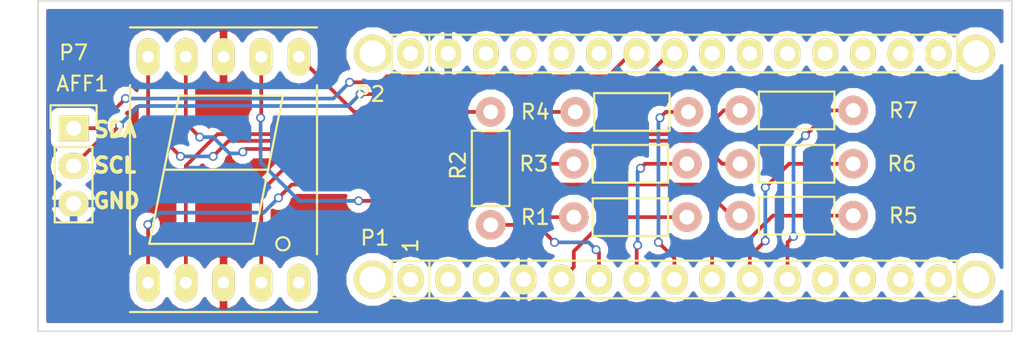
<source format=kicad_pcb>
(kicad_pcb (version 4) (host pcbnew 4.0.2+dfsg1-stable)

  (general
    (links 19)
    (no_connects 0)
    (area 108.449999 78.449999 169.250001 100.850001)
    (thickness 1.6)
    (drawings 25)
    (tracks 130)
    (zones 0)
    (modules 15)
    (nets 43)
  )

  (page A4)
  (title_block
    (date "jeu. 02 avril 2015")
  )

  (layers
    (0 F.Cu signal)
    (31 B.Cu signal)
    (32 B.Adhes user)
    (33 F.Adhes user)
    (34 B.Paste user)
    (35 F.Paste user)
    (36 B.SilkS user)
    (37 F.SilkS user)
    (38 B.Mask user)
    (39 F.Mask user)
    (40 Dwgs.User user)
    (41 Cmts.User user)
    (42 Eco1.User user)
    (43 Eco2.User user)
    (44 Edge.Cuts user)
    (45 Margin user)
    (46 B.CrtYd user)
    (47 F.CrtYd user)
    (48 B.Fab user)
    (49 F.Fab user)
  )

  (setup
    (last_trace_width 0.25)
    (trace_clearance 0.2)
    (zone_clearance 0.508)
    (zone_45_only no)
    (trace_min 0.2)
    (segment_width 0.15)
    (edge_width 0.1)
    (via_size 0.6)
    (via_drill 0.4)
    (via_min_size 0.4)
    (via_min_drill 0.3)
    (uvia_size 0.3)
    (uvia_drill 0.1)
    (uvias_allowed no)
    (uvia_min_size 0.2)
    (uvia_min_drill 0.1)
    (pcb_text_width 0.3)
    (pcb_text_size 1.5 1.5)
    (mod_edge_width 0.15)
    (mod_text_size 1 1)
    (mod_text_width 0.15)
    (pad_size 1.5 1.5)
    (pad_drill 0.6)
    (pad_to_mask_clearance 0)
    (aux_axis_origin 138.176 110.617)
    (grid_origin 136.2 76.7)
    (visible_elements FFFFFF7F)
    (pcbplotparams
      (layerselection 0x00030_80000001)
      (usegerberextensions false)
      (excludeedgelayer true)
      (linewidth 0.100000)
      (plotframeref false)
      (viasonmask false)
      (mode 1)
      (useauxorigin false)
      (hpglpennumber 1)
      (hpglpenspeed 20)
      (hpglpendiameter 15)
      (hpglpenoverlay 2)
      (psnegative false)
      (psa4output false)
      (plotreference true)
      (plotvalue true)
      (plotinvisibletext false)
      (padsonsilk false)
      (subtractmaskfromsilk false)
      (outputformat 1)
      (mirror false)
      (drillshape 1)
      (scaleselection 1)
      (outputdirectory ""))
  )

  (net 0 "")
  (net 1 GND)
  (net 2 +5V)
  (net 3 "Net-(P3-Pad1)")
  (net 4 "Net-(P4-Pad1)")
  (net 5 "Net-(P5-Pad1)")
  (net 6 "Net-(P6-Pad1)")
  (net 7 +3V3)
  (net 8 "Net-(AFF1-Pad1)")
  (net 9 "Net-(AFF1-Pad2)")
  (net 10 "Net-(AFF1-Pad4)")
  (net 11 "Net-(AFF1-Pad5)")
  (net 12 "Net-(AFF1-Pad6)")
  (net 13 "Net-(AFF1-Pad7)")
  (net 14 "Net-(AFF1-Pad9)")
  (net 15 "Net-(AFF1-Pad10)")
  (net 16 "Net-(P1-Pad1)")
  (net 17 "Net-(P1-Pad2)")
  (net 18 "Net-(P1-Pad3)")
  (net 19 "Net-(P1-Pad5)")
  (net 20 "Net-(P1-Pad6)")
  (net 21 "Net-(P1-Pad7)")
  (net 22 "Net-(P1-Pad8)")
  (net 23 "Net-(P1-Pad9)")
  (net 24 "Net-(P1-Pad10)")
  (net 25 "Net-(P1-Pad11)")
  (net 26 "Net-(P1-Pad12)")
  (net 27 "Net-(P1-Pad13)")
  (net 28 "Net-(P1-Pad14)")
  (net 29 "Net-(P1-Pad15)")
  (net 30 "Net-(P2-Pad1)")
  (net 31 "Net-(P2-Pad3)")
  (net 32 "Net-(P2-Pad4)")
  (net 33 "Net-(P2-Pad5)")
  (net 34 "Net-(P2-Pad6)")
  (net 35 "Net-(P2-Pad7)")
  (net 36 "Net-(P2-Pad8)")
  (net 37 "Net-(P2-Pad9)")
  (net 38 "Net-(P2-Pad10)")
  (net 39 "Net-(P2-Pad11)")
  (net 40 "Net-(P2-Pad12)")
  (net 41 "Net-(P2-Pad13)")
  (net 42 "Net-(P2-Pad15)")

  (net_class Default "This is the default net class."
    (clearance 0.2)
    (trace_width 0.25)
    (via_dia 0.6)
    (via_drill 0.4)
    (uvia_dia 0.3)
    (uvia_drill 0.1)
    (add_net +3V3)
    (add_net +5V)
    (add_net GND)
    (add_net "Net-(AFF1-Pad1)")
    (add_net "Net-(AFF1-Pad10)")
    (add_net "Net-(AFF1-Pad2)")
    (add_net "Net-(AFF1-Pad4)")
    (add_net "Net-(AFF1-Pad5)")
    (add_net "Net-(AFF1-Pad6)")
    (add_net "Net-(AFF1-Pad7)")
    (add_net "Net-(AFF1-Pad9)")
    (add_net "Net-(P1-Pad1)")
    (add_net "Net-(P1-Pad10)")
    (add_net "Net-(P1-Pad11)")
    (add_net "Net-(P1-Pad12)")
    (add_net "Net-(P1-Pad13)")
    (add_net "Net-(P1-Pad14)")
    (add_net "Net-(P1-Pad15)")
    (add_net "Net-(P1-Pad2)")
    (add_net "Net-(P1-Pad3)")
    (add_net "Net-(P1-Pad5)")
    (add_net "Net-(P1-Pad6)")
    (add_net "Net-(P1-Pad7)")
    (add_net "Net-(P1-Pad8)")
    (add_net "Net-(P1-Pad9)")
    (add_net "Net-(P2-Pad1)")
    (add_net "Net-(P2-Pad10)")
    (add_net "Net-(P2-Pad11)")
    (add_net "Net-(P2-Pad12)")
    (add_net "Net-(P2-Pad13)")
    (add_net "Net-(P2-Pad15)")
    (add_net "Net-(P2-Pad3)")
    (add_net "Net-(P2-Pad4)")
    (add_net "Net-(P2-Pad5)")
    (add_net "Net-(P2-Pad6)")
    (add_net "Net-(P2-Pad7)")
    (add_net "Net-(P2-Pad8)")
    (add_net "Net-(P2-Pad9)")
    (add_net "Net-(P3-Pad1)")
    (add_net "Net-(P4-Pad1)")
    (add_net "Net-(P5-Pad1)")
    (add_net "Net-(P6-Pad1)")
  )

  (module Socket_Arduino_Nano:Socket_Strip_Arduino_1x15 locked (layer F.Cu) (tedit 59930E76) (tstamp 551FC9D0)
    (at 128.697 97.304)
    (descr "Through hole socket strip")
    (tags "socket strip")
    (path /56D73FAC)
    (fp_text reference P1 (at -2.397 -2.804) (layer F.SilkS)
      (effects (font (size 1 1) (thickness 0.15)))
    )
    (fp_text value Digital (at 20.193 -2.54) (layer F.Fab)
      (effects (font (size 1 1) (thickness 0.15)))
    )
    (fp_line (start 1.27 -1.27) (end -1.27 -1.27) (layer F.SilkS) (width 0.15))
    (fp_line (start -1.27 -1.27) (end -1.27 1.27) (layer F.SilkS) (width 0.15))
    (fp_line (start -1.27 1.27) (end 1.27 1.27) (layer F.SilkS) (width 0.15))
    (fp_line (start -1.75 -1.75) (end -1.75 1.75) (layer F.CrtYd) (width 0.05))
    (fp_line (start 37.35 -1.75) (end 37.35 1.75) (layer F.CrtYd) (width 0.05))
    (fp_line (start -1.75 -1.75) (end 37.35 -1.75) (layer F.CrtYd) (width 0.05))
    (fp_line (start -1.75 1.75) (end 37.35 1.75) (layer F.CrtYd) (width 0.05))
    (fp_line (start 1.27 -1.27) (end 36.83 -1.27) (layer F.SilkS) (width 0.15))
    (fp_line (start 36.83 -1.27) (end 36.83 1.27) (layer F.SilkS) (width 0.15))
    (fp_line (start 36.83 1.27) (end 1.27 1.27) (layer F.SilkS) (width 0.15))
    (fp_line (start 1.27 1.27) (end 1.27 -1.27) (layer F.SilkS) (width 0.15))
    (pad 1 thru_hole oval (at 0 0) (size 1.7272 2.032) (drill 1.016) (layers *.Cu *.Mask F.SilkS)
      (net 16 "Net-(P1-Pad1)"))
    (pad 2 thru_hole oval (at 2.54 0) (size 1.7272 2.032) (drill 1.016) (layers *.Cu *.Mask F.SilkS)
      (net 17 "Net-(P1-Pad2)"))
    (pad 3 thru_hole oval (at 5.08 0) (size 1.7272 2.032) (drill 1.016) (layers *.Cu *.Mask F.SilkS)
      (net 18 "Net-(P1-Pad3)"))
    (pad 4 thru_hole oval (at 7.62 0) (size 1.7272 2.032) (drill 1.016) (layers *.Cu *.Mask F.SilkS)
      (net 1 GND))
    (pad 5 thru_hole oval (at 10.16 0) (size 1.7272 2.032) (drill 1.016) (layers *.Cu *.Mask F.SilkS)
      (net 19 "Net-(P1-Pad5)"))
    (pad 6 thru_hole oval (at 12.7 0) (size 1.7272 2.032) (drill 1.016) (layers *.Cu *.Mask F.SilkS)
      (net 20 "Net-(P1-Pad6)"))
    (pad 7 thru_hole oval (at 15.24 0) (size 1.7272 2.032) (drill 1.016) (layers *.Cu *.Mask F.SilkS)
      (net 21 "Net-(P1-Pad7)"))
    (pad 8 thru_hole oval (at 17.78 0) (size 1.7272 2.032) (drill 1.016) (layers *.Cu *.Mask F.SilkS)
      (net 22 "Net-(P1-Pad8)"))
    (pad 9 thru_hole oval (at 20.32 0) (size 1.7272 2.032) (drill 1.016) (layers *.Cu *.Mask F.SilkS)
      (net 23 "Net-(P1-Pad9)"))
    (pad 10 thru_hole oval (at 22.86 0) (size 1.7272 2.032) (drill 1.016) (layers *.Cu *.Mask F.SilkS)
      (net 24 "Net-(P1-Pad10)"))
    (pad 11 thru_hole oval (at 25.4 0) (size 1.7272 2.032) (drill 1.016) (layers *.Cu *.Mask F.SilkS)
      (net 25 "Net-(P1-Pad11)"))
    (pad 12 thru_hole oval (at 27.94 0) (size 1.7272 2.032) (drill 1.016) (layers *.Cu *.Mask F.SilkS)
      (net 26 "Net-(P1-Pad12)"))
    (pad 13 thru_hole oval (at 30.48 0) (size 1.7272 2.032) (drill 1.016) (layers *.Cu *.Mask F.SilkS)
      (net 27 "Net-(P1-Pad13)"))
    (pad 14 thru_hole oval (at 33.02 0) (size 1.7272 2.032) (drill 1.016) (layers *.Cu *.Mask F.SilkS)
      (net 28 "Net-(P1-Pad14)"))
    (pad 15 thru_hole oval (at 35.56 0) (size 1.7272 2.032) (drill 1.016) (layers *.Cu *.Mask F.SilkS)
      (net 29 "Net-(P1-Pad15)"))
    (model ${KIPRJMOD}/Socket_Arduino_Nano.3dshapes/Socket_header_Arduino_1x15.wrl
      (at (xyz 0.7 0 0))
      (scale (xyz 1 1 1))
      (rotate (xyz 0 0 180))
    )
  )

  (module Socket_Arduino_Nano:Socket_Strip_Arduino_1x15 locked (layer F.Cu) (tedit 59930E6F) (tstamp 551FC9EE)
    (at 128.697 82.064)
    (descr "Through hole socket strip")
    (tags "socket strip")
    (path /56D740C7)
    (fp_text reference P2 (at -2.697 2.736) (layer F.SilkS)
      (effects (font (size 1 1) (thickness 0.15)))
    )
    (fp_text value Analog (at 20.193 2.54) (layer F.Fab)
      (effects (font (size 1 1) (thickness 0.15)))
    )
    (fp_line (start 1.27 -1.27) (end -1.27 -1.27) (layer F.SilkS) (width 0.15))
    (fp_line (start -1.27 -1.27) (end -1.27 1.27) (layer F.SilkS) (width 0.15))
    (fp_line (start -1.27 1.27) (end 1.27 1.27) (layer F.SilkS) (width 0.15))
    (fp_line (start -1.75 -1.75) (end -1.75 1.75) (layer F.CrtYd) (width 0.05))
    (fp_line (start 37.35 -1.75) (end 37.35 1.75) (layer F.CrtYd) (width 0.05))
    (fp_line (start -1.75 -1.75) (end 37.35 -1.75) (layer F.CrtYd) (width 0.05))
    (fp_line (start -1.75 1.75) (end 37.35 1.75) (layer F.CrtYd) (width 0.05))
    (fp_line (start 1.27 -1.27) (end 36.83 -1.27) (layer F.SilkS) (width 0.15))
    (fp_line (start 36.83 -1.27) (end 36.83 1.27) (layer F.SilkS) (width 0.15))
    (fp_line (start 36.83 1.27) (end 1.27 1.27) (layer F.SilkS) (width 0.15))
    (fp_line (start 1.27 1.27) (end 1.27 -1.27) (layer F.SilkS) (width 0.15))
    (pad 1 thru_hole oval (at 0 0) (size 1.7272 2.032) (drill 1.016) (layers *.Cu *.Mask F.SilkS)
      (net 30 "Net-(P2-Pad1)"))
    (pad 2 thru_hole oval (at 2.54 0) (size 1.7272 2.032) (drill 1.016) (layers *.Cu *.Mask F.SilkS)
      (net 1 GND))
    (pad 3 thru_hole oval (at 5.08 0) (size 1.7272 2.032) (drill 1.016) (layers *.Cu *.Mask F.SilkS)
      (net 31 "Net-(P2-Pad3)"))
    (pad 4 thru_hole oval (at 7.62 0) (size 1.7272 2.032) (drill 1.016) (layers *.Cu *.Mask F.SilkS)
      (net 32 "Net-(P2-Pad4)"))
    (pad 5 thru_hole oval (at 10.16 0) (size 1.7272 2.032) (drill 1.016) (layers *.Cu *.Mask F.SilkS)
      (net 33 "Net-(P2-Pad5)"))
    (pad 6 thru_hole oval (at 12.7 0) (size 1.7272 2.032) (drill 1.016) (layers *.Cu *.Mask F.SilkS)
      (net 34 "Net-(P2-Pad6)"))
    (pad 7 thru_hole oval (at 15.24 0) (size 1.7272 2.032) (drill 1.016) (layers *.Cu *.Mask F.SilkS)
      (net 35 "Net-(P2-Pad7)"))
    (pad 8 thru_hole oval (at 17.78 0) (size 1.7272 2.032) (drill 1.016) (layers *.Cu *.Mask F.SilkS)
      (net 36 "Net-(P2-Pad8)"))
    (pad 9 thru_hole oval (at 20.32 0) (size 1.7272 2.032) (drill 1.016) (layers *.Cu *.Mask F.SilkS)
      (net 37 "Net-(P2-Pad9)"))
    (pad 10 thru_hole oval (at 22.86 0) (size 1.7272 2.032) (drill 1.016) (layers *.Cu *.Mask F.SilkS)
      (net 38 "Net-(P2-Pad10)"))
    (pad 11 thru_hole oval (at 25.4 0) (size 1.7272 2.032) (drill 1.016) (layers *.Cu *.Mask F.SilkS)
      (net 39 "Net-(P2-Pad11)"))
    (pad 12 thru_hole oval (at 27.94 0) (size 1.7272 2.032) (drill 1.016) (layers *.Cu *.Mask F.SilkS)
      (net 40 "Net-(P2-Pad12)"))
    (pad 13 thru_hole oval (at 30.48 0) (size 1.7272 2.032) (drill 1.016) (layers *.Cu *.Mask F.SilkS)
      (net 41 "Net-(P2-Pad13)"))
    (pad 14 thru_hole oval (at 33.02 0) (size 1.7272 2.032) (drill 1.016) (layers *.Cu *.Mask F.SilkS)
      (net 7 +3V3))
    (pad 15 thru_hole oval (at 35.56 0) (size 1.7272 2.032) (drill 1.016) (layers *.Cu *.Mask F.SilkS)
      (net 42 "Net-(P2-Pad15)"))
    (model ${KIPRJMOD}/Socket_Arduino_Nano.3dshapes/Socket_header_Arduino_1x15.wrl
      (at (xyz 0.7 0 0))
      (scale (xyz 1 1 1))
      (rotate (xyz 0 0 180))
    )
  )

  (module Socket_Arduino_Nano:1pin_Nano locked (layer F.Cu) (tedit 5521156E) (tstamp 55211553)
    (at 126.157 97.304 90)
    (descr "module 1 pin (ou trou mecanique de percage)")
    (tags DEV)
    (path /56D73ADD)
    (fp_text reference P3 (at 0 -2.032 90) (layer F.SilkS) hide
      (effects (font (size 1 1) (thickness 0.15)))
    )
    (fp_text value CONN_01X01 (at 0 2.032 90) (layer F.Fab) hide
      (effects (font (size 1 1) (thickness 0.15)))
    )
    (pad 1 thru_hole circle (at 0 0 90) (size 2.54 2.54) (drill 1.778) (layers *.Cu *.Mask F.SilkS)
      (net 3 "Net-(P3-Pad1)"))
  )

  (module Socket_Arduino_Nano:1pin_Nano locked (layer F.Cu) (tedit 55211594) (tstamp 55211558)
    (at 166.797 97.304 90)
    (descr "module 1 pin (ou trou mecanique de percage)")
    (tags DEV)
    (path /56D73D86)
    (fp_text reference P4 (at 0 -2.032 90) (layer F.SilkS) hide
      (effects (font (size 1 1) (thickness 0.15)))
    )
    (fp_text value CONN_01X01 (at 0 2.032 90) (layer F.Fab) hide
      (effects (font (size 1 1) (thickness 0.15)))
    )
    (pad 1 thru_hole circle (at 0 0 90) (size 2.54 2.54) (drill 1.778) (layers *.Cu *.Mask F.SilkS)
      (net 4 "Net-(P4-Pad1)"))
  )

  (module Socket_Arduino_Nano:1pin_Nano locked (layer F.Cu) (tedit 552115A5) (tstamp 5521155D)
    (at 166.797 82.064 90)
    (descr "module 1 pin (ou trou mecanique de percage)")
    (tags DEV)
    (path /56D73DAE)
    (fp_text reference P5 (at 0 -2.032 90) (layer F.SilkS) hide
      (effects (font (size 1 1) (thickness 0.15)))
    )
    (fp_text value CONN_01X01 (at 0 2.032 90) (layer F.Fab) hide
      (effects (font (size 1 1) (thickness 0.15)))
    )
    (pad 1 thru_hole circle (at 0 0 90) (size 2.54 2.54) (drill 1.778) (layers *.Cu *.Mask F.SilkS)
      (net 5 "Net-(P5-Pad1)"))
  )

  (module Socket_Arduino_Nano:1pin_Nano locked (layer F.Cu) (tedit 552115BD) (tstamp 55211562)
    (at 126.157 82.064 90)
    (descr "module 1 pin (ou trou mecanique de percage)")
    (tags DEV)
    (path /56D73DD9)
    (fp_text reference P6 (at 0 -2.032 90) (layer F.SilkS) hide
      (effects (font (size 1 1) (thickness 0.15)))
    )
    (fp_text value CONN_01X01 (at 0 2.032 90) (layer F.Fab) hide
      (effects (font (size 1 1) (thickness 0.15)))
    )
    (pad 1 thru_hole circle (at 0 0 90) (size 2.54 2.54) (drill 1.778) (layers *.Cu *.Mask F.SilkS)
      (net 6 "Net-(P6-Pad1)"))
  )

  (module Displays_7-Segment:7SegmentLED_LTS6760_LTS6780 (layer F.Cu) (tedit 0) (tstamp 599308D2)
    (at 116.1 89.9)
    (path /599307CF)
    (fp_text reference AFF1 (at -9.5 -5.8) (layer F.SilkS)
      (effects (font (size 1 1) (thickness 0.15)))
    )
    (fp_text value 7SEGMENTS (at -0.4 12) (layer F.Fab)
      (effects (font (size 1 1) (thickness 0.15)))
    )
    (fp_circle (center 4 5) (end 4.4 5.2) (layer F.SilkS) (width 0.15))
    (fp_line (start -3 -5) (end -4 0) (layer F.SilkS) (width 0.15))
    (fp_line (start -4 0) (end -5 5) (layer F.SilkS) (width 0.15))
    (fp_line (start -5 5) (end 2 5) (layer F.SilkS) (width 0.15))
    (fp_line (start 2 5) (end 3 0) (layer F.SilkS) (width 0.15))
    (fp_line (start 4 -5) (end 3 0) (layer F.SilkS) (width 0.15))
    (fp_line (start 3 0) (end -4 0) (layer F.SilkS) (width 0.15))
    (fp_line (start -3 -5) (end 4 -5) (layer F.SilkS) (width 0.15))
    (fp_line (start 6.3 9.6) (end -6.3 9.6) (layer F.SilkS) (width 0.15))
    (fp_line (start -6.3 -5.7) (end -6.3 5.7) (layer F.SilkS) (width 0.15))
    (fp_line (start 6.3 -5.7) (end 6.3 5.7) (layer F.SilkS) (width 0.15))
    (fp_line (start -6.3 -9.6) (end 6.3 -9.6) (layer F.SilkS) (width 0.15))
    (pad 1 thru_hole oval (at -5.08 7.62) (size 1.524 2.524) (drill 0.8) (layers *.Cu *.Mask F.SilkS)
      (net 8 "Net-(AFF1-Pad1)"))
    (pad 2 thru_hole oval (at -2.54 7.62) (size 1.524 2.524) (drill 0.8) (layers *.Cu *.Mask F.SilkS)
      (net 9 "Net-(AFF1-Pad2)"))
    (pad 3 thru_hole oval (at 0 7.62) (size 1.524 2.524) (drill 0.8) (layers *.Cu *.Mask F.SilkS)
      (net 2 +5V))
    (pad 4 thru_hole oval (at 2.54 7.62) (size 1.524 2.524) (drill 0.8) (layers *.Cu *.Mask F.SilkS)
      (net 10 "Net-(AFF1-Pad4)"))
    (pad 5 thru_hole oval (at 5.08 7.62) (size 1.524 2.524) (drill 0.8) (layers *.Cu *.Mask F.SilkS)
      (net 11 "Net-(AFF1-Pad5)"))
    (pad 6 thru_hole oval (at 5.08 -7.62) (size 1.524 2.524) (drill 0.8) (layers *.Cu *.Mask F.SilkS)
      (net 12 "Net-(AFF1-Pad6)"))
    (pad 7 thru_hole oval (at 2.54 -7.62) (size 1.524 2.524) (drill 0.8) (layers *.Cu *.Mask F.SilkS)
      (net 13 "Net-(AFF1-Pad7)"))
    (pad 8 thru_hole oval (at 0 -7.62) (size 1.524 2.524) (drill 0.8) (layers *.Cu *.Mask F.SilkS)
      (net 2 +5V))
    (pad 9 thru_hole oval (at -2.54 -7.62) (size 1.524 2.524) (drill 0.8) (layers *.Cu *.Mask F.SilkS)
      (net 14 "Net-(AFF1-Pad9)"))
    (pad 10 thru_hole oval (at -5.08 -7.62) (size 1.524 2.524) (drill 0.8) (layers *.Cu *.Mask F.SilkS)
      (net 15 "Net-(AFF1-Pad10)"))
    (model Displays_7-Segment.3dshapes/7SegmentLED_LTS6760_LTS6780.wrl
      (at (xyz 0 0 0))
      (scale (xyz 0.3937 0.3937 0.3937))
      (rotate (xyz 0 0 0))
    )
  )

  (module Resistors_ThroughHole:Resistor_Horizontal_RM7mm (layer F.Cu) (tedit 59930E4A) (tstamp 599308D8)
    (at 139.7 93.1)
    (descr "Resistor, Axial,  RM 7.62mm, 1/3W,")
    (tags "Resistor Axial RM 7.62mm 1/3W R3")
    (path /599310CF)
    (fp_text reference R1 (at -2.6 0) (layer F.SilkS)
      (effects (font (size 1 1) (thickness 0.15)))
    )
    (fp_text value 280 (at 3.81 3.81) (layer F.Fab)
      (effects (font (size 1 1) (thickness 0.15)))
    )
    (fp_line (start -1.25 -1.5) (end 8.85 -1.5) (layer F.CrtYd) (width 0.05))
    (fp_line (start -1.25 1.5) (end -1.25 -1.5) (layer F.CrtYd) (width 0.05))
    (fp_line (start 8.85 -1.5) (end 8.85 1.5) (layer F.CrtYd) (width 0.05))
    (fp_line (start -1.25 1.5) (end 8.85 1.5) (layer F.CrtYd) (width 0.05))
    (fp_line (start 1.27 -1.27) (end 6.35 -1.27) (layer F.SilkS) (width 0.15))
    (fp_line (start 6.35 -1.27) (end 6.35 1.27) (layer F.SilkS) (width 0.15))
    (fp_line (start 6.35 1.27) (end 1.27 1.27) (layer F.SilkS) (width 0.15))
    (fp_line (start 1.27 1.27) (end 1.27 -1.27) (layer F.SilkS) (width 0.15))
    (pad 1 thru_hole circle (at 0 0) (size 1.99898 1.99898) (drill 1.00076) (layers *.Cu *.SilkS *.Mask)
      (net 13 "Net-(AFF1-Pad7)"))
    (pad 2 thru_hole circle (at 7.62 0) (size 1.99898 1.99898) (drill 1.00076) (layers *.Cu *.SilkS *.Mask)
      (net 19 "Net-(P1-Pad5)"))
  )

  (module Resistors_ThroughHole:Resistor_Horizontal_RM7mm (layer F.Cu) (tedit 5993106F) (tstamp 599308DE)
    (at 134.1 86 270)
    (descr "Resistor, Axial,  RM 7.62mm, 1/3W,")
    (tags "Resistor Axial RM 7.62mm 1/3W R3")
    (path /59931487)
    (fp_text reference R2 (at 3.6 2.2 270) (layer F.SilkS)
      (effects (font (size 1 1) (thickness 0.15)))
    )
    (fp_text value 280 (at 3.81 3.81 270) (layer F.Fab)
      (effects (font (size 1 1) (thickness 0.15)))
    )
    (fp_line (start -1.25 -1.5) (end 8.85 -1.5) (layer F.CrtYd) (width 0.05))
    (fp_line (start -1.25 1.5) (end -1.25 -1.5) (layer F.CrtYd) (width 0.05))
    (fp_line (start 8.85 -1.5) (end 8.85 1.5) (layer F.CrtYd) (width 0.05))
    (fp_line (start -1.25 1.5) (end 8.85 1.5) (layer F.CrtYd) (width 0.05))
    (fp_line (start 1.27 -1.27) (end 6.35 -1.27) (layer F.SilkS) (width 0.15))
    (fp_line (start 6.35 -1.27) (end 6.35 1.27) (layer F.SilkS) (width 0.15))
    (fp_line (start 6.35 1.27) (end 1.27 1.27) (layer F.SilkS) (width 0.15))
    (fp_line (start 1.27 1.27) (end 1.27 -1.27) (layer F.SilkS) (width 0.15))
    (pad 1 thru_hole circle (at 0 0 270) (size 1.99898 1.99898) (drill 1.00076) (layers *.Cu *.SilkS *.Mask)
      (net 12 "Net-(AFF1-Pad6)"))
    (pad 2 thru_hole circle (at 7.62 0 270) (size 1.99898 1.99898) (drill 1.00076) (layers *.Cu *.SilkS *.Mask)
      (net 20 "Net-(P1-Pad6)"))
  )

  (module Resistors_ThroughHole:Resistor_Horizontal_RM7mm (layer F.Cu) (tedit 59930E54) (tstamp 599308E4)
    (at 139.7 89.5)
    (descr "Resistor, Axial,  RM 7.62mm, 1/3W,")
    (tags "Resistor Axial RM 7.62mm 1/3W R3")
    (path /599314BB)
    (fp_text reference R3 (at -2.7 0) (layer F.SilkS)
      (effects (font (size 1 1) (thickness 0.15)))
    )
    (fp_text value 280 (at 3.81 3.81) (layer F.Fab)
      (effects (font (size 1 1) (thickness 0.15)))
    )
    (fp_line (start -1.25 -1.5) (end 8.85 -1.5) (layer F.CrtYd) (width 0.05))
    (fp_line (start -1.25 1.5) (end -1.25 -1.5) (layer F.CrtYd) (width 0.05))
    (fp_line (start 8.85 -1.5) (end 8.85 1.5) (layer F.CrtYd) (width 0.05))
    (fp_line (start -1.25 1.5) (end 8.85 1.5) (layer F.CrtYd) (width 0.05))
    (fp_line (start 1.27 -1.27) (end 6.35 -1.27) (layer F.SilkS) (width 0.15))
    (fp_line (start 6.35 -1.27) (end 6.35 1.27) (layer F.SilkS) (width 0.15))
    (fp_line (start 6.35 1.27) (end 1.27 1.27) (layer F.SilkS) (width 0.15))
    (fp_line (start 1.27 1.27) (end 1.27 -1.27) (layer F.SilkS) (width 0.15))
    (pad 1 thru_hole circle (at 0 0) (size 1.99898 1.99898) (drill 1.00076) (layers *.Cu *.SilkS *.Mask)
      (net 10 "Net-(AFF1-Pad4)"))
    (pad 2 thru_hole circle (at 7.62 0) (size 1.99898 1.99898) (drill 1.00076) (layers *.Cu *.SilkS *.Mask)
      (net 21 "Net-(P1-Pad7)"))
  )

  (module Resistors_ThroughHole:Resistor_Horizontal_RM7mm (layer F.Cu) (tedit 59930E5D) (tstamp 599308EA)
    (at 139.8 86)
    (descr "Resistor, Axial,  RM 7.62mm, 1/3W,")
    (tags "Resistor Axial RM 7.62mm 1/3W R3")
    (path /599314FB)
    (fp_text reference R4 (at -2.7 0) (layer F.SilkS)
      (effects (font (size 1 1) (thickness 0.15)))
    )
    (fp_text value 280 (at 3.81 3.81) (layer F.Fab)
      (effects (font (size 1 1) (thickness 0.15)))
    )
    (fp_line (start -1.25 -1.5) (end 8.85 -1.5) (layer F.CrtYd) (width 0.05))
    (fp_line (start -1.25 1.5) (end -1.25 -1.5) (layer F.CrtYd) (width 0.05))
    (fp_line (start 8.85 -1.5) (end 8.85 1.5) (layer F.CrtYd) (width 0.05))
    (fp_line (start -1.25 1.5) (end 8.85 1.5) (layer F.CrtYd) (width 0.05))
    (fp_line (start 1.27 -1.27) (end 6.35 -1.27) (layer F.SilkS) (width 0.15))
    (fp_line (start 6.35 -1.27) (end 6.35 1.27) (layer F.SilkS) (width 0.15))
    (fp_line (start 6.35 1.27) (end 1.27 1.27) (layer F.SilkS) (width 0.15))
    (fp_line (start 1.27 1.27) (end 1.27 -1.27) (layer F.SilkS) (width 0.15))
    (pad 1 thru_hole circle (at 0 0) (size 1.99898 1.99898) (drill 1.00076) (layers *.Cu *.SilkS *.Mask)
      (net 9 "Net-(AFF1-Pad2)"))
    (pad 2 thru_hole circle (at 7.62 0) (size 1.99898 1.99898) (drill 1.00076) (layers *.Cu *.SilkS *.Mask)
      (net 22 "Net-(P1-Pad8)"))
  )

  (module Resistors_ThroughHole:Resistor_Horizontal_RM7mm (layer F.Cu) (tedit 59930E2B) (tstamp 599308F0)
    (at 150.9 93)
    (descr "Resistor, Axial,  RM 7.62mm, 1/3W,")
    (tags "Resistor Axial RM 7.62mm 1/3W R3")
    (path /59931546)
    (fp_text reference R5 (at 11 0) (layer F.SilkS)
      (effects (font (size 1 1) (thickness 0.15)))
    )
    (fp_text value 280 (at 3.81 3.81) (layer F.Fab)
      (effects (font (size 1 1) (thickness 0.15)))
    )
    (fp_line (start -1.25 -1.5) (end 8.85 -1.5) (layer F.CrtYd) (width 0.05))
    (fp_line (start -1.25 1.5) (end -1.25 -1.5) (layer F.CrtYd) (width 0.05))
    (fp_line (start 8.85 -1.5) (end 8.85 1.5) (layer F.CrtYd) (width 0.05))
    (fp_line (start -1.25 1.5) (end 8.85 1.5) (layer F.CrtYd) (width 0.05))
    (fp_line (start 1.27 -1.27) (end 6.35 -1.27) (layer F.SilkS) (width 0.15))
    (fp_line (start 6.35 -1.27) (end 6.35 1.27) (layer F.SilkS) (width 0.15))
    (fp_line (start 6.35 1.27) (end 1.27 1.27) (layer F.SilkS) (width 0.15))
    (fp_line (start 1.27 1.27) (end 1.27 -1.27) (layer F.SilkS) (width 0.15))
    (pad 1 thru_hole circle (at 0 0) (size 1.99898 1.99898) (drill 1.00076) (layers *.Cu *.SilkS *.Mask)
      (net 8 "Net-(AFF1-Pad1)"))
    (pad 2 thru_hole circle (at 7.62 0) (size 1.99898 1.99898) (drill 1.00076) (layers *.Cu *.SilkS *.Mask)
      (net 23 "Net-(P1-Pad9)"))
  )

  (module Resistors_ThroughHole:Resistor_Horizontal_RM7mm (layer F.Cu) (tedit 59930E37) (tstamp 599308F6)
    (at 150.9 89.5)
    (descr "Resistor, Axial,  RM 7.62mm, 1/3W,")
    (tags "Resistor Axial RM 7.62mm 1/3W R3")
    (path /5993157A)
    (fp_text reference R6 (at 10.9 0) (layer F.SilkS)
      (effects (font (size 1 1) (thickness 0.15)))
    )
    (fp_text value 280 (at 3.81 3.81) (layer F.Fab)
      (effects (font (size 1 1) (thickness 0.15)))
    )
    (fp_line (start -1.25 -1.5) (end 8.85 -1.5) (layer F.CrtYd) (width 0.05))
    (fp_line (start -1.25 1.5) (end -1.25 -1.5) (layer F.CrtYd) (width 0.05))
    (fp_line (start 8.85 -1.5) (end 8.85 1.5) (layer F.CrtYd) (width 0.05))
    (fp_line (start -1.25 1.5) (end 8.85 1.5) (layer F.CrtYd) (width 0.05))
    (fp_line (start 1.27 -1.27) (end 6.35 -1.27) (layer F.SilkS) (width 0.15))
    (fp_line (start 6.35 -1.27) (end 6.35 1.27) (layer F.SilkS) (width 0.15))
    (fp_line (start 6.35 1.27) (end 1.27 1.27) (layer F.SilkS) (width 0.15))
    (fp_line (start 1.27 1.27) (end 1.27 -1.27) (layer F.SilkS) (width 0.15))
    (pad 1 thru_hole circle (at 0 0) (size 1.99898 1.99898) (drill 1.00076) (layers *.Cu *.SilkS *.Mask)
      (net 14 "Net-(AFF1-Pad9)"))
    (pad 2 thru_hole circle (at 7.62 0) (size 1.99898 1.99898) (drill 1.00076) (layers *.Cu *.SilkS *.Mask)
      (net 24 "Net-(P1-Pad10)"))
  )

  (module Resistors_ThroughHole:Resistor_Horizontal_RM7mm (layer F.Cu) (tedit 59930E3E) (tstamp 599308FC)
    (at 150.9 85.9)
    (descr "Resistor, Axial,  RM 7.62mm, 1/3W,")
    (tags "Resistor Axial RM 7.62mm 1/3W R3")
    (path /599315B1)
    (fp_text reference R7 (at 11 0) (layer F.SilkS)
      (effects (font (size 1 1) (thickness 0.15)))
    )
    (fp_text value 280 (at 3.81 3.81) (layer F.Fab)
      (effects (font (size 1 1) (thickness 0.15)))
    )
    (fp_line (start -1.25 -1.5) (end 8.85 -1.5) (layer F.CrtYd) (width 0.05))
    (fp_line (start -1.25 1.5) (end -1.25 -1.5) (layer F.CrtYd) (width 0.05))
    (fp_line (start 8.85 -1.5) (end 8.85 1.5) (layer F.CrtYd) (width 0.05))
    (fp_line (start -1.25 1.5) (end 8.85 1.5) (layer F.CrtYd) (width 0.05))
    (fp_line (start 1.27 -1.27) (end 6.35 -1.27) (layer F.SilkS) (width 0.15))
    (fp_line (start 6.35 -1.27) (end 6.35 1.27) (layer F.SilkS) (width 0.15))
    (fp_line (start 6.35 1.27) (end 1.27 1.27) (layer F.SilkS) (width 0.15))
    (fp_line (start 1.27 1.27) (end 1.27 -1.27) (layer F.SilkS) (width 0.15))
    (pad 1 thru_hole circle (at 0 0) (size 1.99898 1.99898) (drill 1.00076) (layers *.Cu *.SilkS *.Mask)
      (net 15 "Net-(AFF1-Pad10)"))
    (pad 2 thru_hole circle (at 7.62 0) (size 1.99898 1.99898) (drill 1.00076) (layers *.Cu *.SilkS *.Mask)
      (net 25 "Net-(P1-Pad11)"))
  )

  (module Pin_Headers:Pin_Header_Straight_1x03 (layer F.Cu) (tedit 0) (tstamp 59930F39)
    (at 106 87.1)
    (descr "Through hole pin header")
    (tags "pin header")
    (path /59931F96)
    (fp_text reference P7 (at 0 -5.1) (layer F.SilkS)
      (effects (font (size 1 1) (thickness 0.15)))
    )
    (fp_text value CONN_01X03 (at 0 -3.1) (layer F.Fab)
      (effects (font (size 1 1) (thickness 0.15)))
    )
    (fp_line (start -1.75 -1.75) (end -1.75 6.85) (layer F.CrtYd) (width 0.05))
    (fp_line (start 1.75 -1.75) (end 1.75 6.85) (layer F.CrtYd) (width 0.05))
    (fp_line (start -1.75 -1.75) (end 1.75 -1.75) (layer F.CrtYd) (width 0.05))
    (fp_line (start -1.75 6.85) (end 1.75 6.85) (layer F.CrtYd) (width 0.05))
    (fp_line (start -1.27 1.27) (end -1.27 6.35) (layer F.SilkS) (width 0.15))
    (fp_line (start -1.27 6.35) (end 1.27 6.35) (layer F.SilkS) (width 0.15))
    (fp_line (start 1.27 6.35) (end 1.27 1.27) (layer F.SilkS) (width 0.15))
    (fp_line (start 1.55 -1.55) (end 1.55 0) (layer F.SilkS) (width 0.15))
    (fp_line (start 1.27 1.27) (end -1.27 1.27) (layer F.SilkS) (width 0.15))
    (fp_line (start -1.55 0) (end -1.55 -1.55) (layer F.SilkS) (width 0.15))
    (fp_line (start -1.55 -1.55) (end 1.55 -1.55) (layer F.SilkS) (width 0.15))
    (pad 1 thru_hole rect (at 0 0) (size 2.032 1.7272) (drill 1.016) (layers *.Cu *.Mask F.SilkS)
      (net 35 "Net-(P2-Pad7)"))
    (pad 2 thru_hole oval (at 0 2.54) (size 2.032 1.7272) (drill 1.016) (layers *.Cu *.Mask F.SilkS)
      (net 36 "Net-(P2-Pad8)"))
    (pad 3 thru_hole oval (at 0 5.08) (size 2.032 1.7272) (drill 1.016) (layers *.Cu *.Mask F.SilkS)
      (net 1 GND))
    (model Pin_Headers.3dshapes/Pin_Header_Straight_1x03.wrl
      (at (xyz 0 -0.1 0))
      (scale (xyz 1 1 1))
      (rotate (xyz 0 0 90))
    )
  )

  (gr_text GND (at 108.9 92) (layer F.SilkS)
    (effects (font (size 1 1) (thickness 0.25)))
  )
  (gr_text SDA (at 108.8 87.2) (layer F.SilkS)
    (effects (font (size 1 1) (thickness 0.25)))
  )
  (gr_text SCL (at 108.8 89.6) (layer F.SilkS)
    (effects (font (size 1 1) (thickness 0.25)))
  )
  (gr_line (start 103.6 78.5) (end 169.2 78.5) (angle 90) (layer Edge.Cuts) (width 0.1))
  (gr_line (start 103.6 100.8) (end 103.6 78.5) (angle 90) (layer Edge.Cuts) (width 0.1))
  (gr_line (start 108.5 100.8) (end 103.6 100.8) (angle 90) (layer Edge.Cuts) (width 0.1))
  (gr_line (start 109.3 100.8) (end 108.5 100.8) (angle 90) (layer Edge.Cuts) (width 0.1))
  (gr_line (start 169.2 100.8) (end 109.3 100.8) (angle 90) (layer Edge.Cuts) (width 0.1))
  (gr_line (start 169.2 78.5) (end 169.2 100.8) (angle 90) (layer Edge.Cuts) (width 0.1))
  (gr_text 1 (at 128.697 95.018 90) (layer F.SilkS)
    (effects (font (size 1 1) (thickness 0.15)))
  )
  (gr_line (start 169.972 86.128) (end 168.067 86.128) (angle 90) (layer Dwgs.User) (width 0.15))
  (gr_line (start 160.447 86.128) (end 168.067 86.128) (angle 90) (layer Dwgs.User) (width 0.15))
  (gr_line (start 160.447 93.24) (end 160.447 86.128) (angle 90) (layer Dwgs.User) (width 0.15))
  (gr_line (start 168.067 93.24) (end 160.447 93.24) (angle 90) (layer Dwgs.User) (width 0.15))
  (gr_line (start 169.972 93.24) (end 169.972 86.128) (angle 90) (layer Dwgs.User) (width 0.15))
  (gr_line (start 168.067 93.24) (end 169.972 93.24) (angle 90) (layer Dwgs.User) (width 0.15))
  (gr_line (start 145.207 91.208) (end 142.667 91.208) (angle 90) (layer Dwgs.User) (width 0.15))
  (gr_line (start 145.207 87.271) (end 145.207 91.208) (angle 90) (layer Dwgs.User) (width 0.15))
  (gr_line (start 142.667 87.271) (end 145.207 87.271) (angle 90) (layer Dwgs.User) (width 0.15))
  (gr_line (start 142.667 91.208) (end 142.667 87.271) (angle 90) (layer Dwgs.User) (width 0.15))
  (gr_circle (center 143.937 89.176) (end 143.937 89.938) (layer Dwgs.User) (width 0.15))
  (gr_line (start 124.887 85.874) (end 124.887 93.494) (angle 90) (layer Dwgs.User) (width 0.15))
  (gr_line (start 129.967 85.874) (end 124.887 85.874) (angle 90) (layer Dwgs.User) (width 0.15))
  (gr_line (start 129.967 93.494) (end 129.967 85.874) (angle 90) (layer Dwgs.User) (width 0.15))
  (gr_line (start 124.887 93.494) (end 129.967 93.494) (angle 90) (layer Dwgs.User) (width 0.15))

  (segment (start 150.9 93) (end 150.3 93) (width 0.25) (layer F.Cu) (net 8))
  (segment (start 150.3 93) (end 148.2 90.9) (width 0.25) (layer F.Cu) (net 8) (tstamp 59930CB0))
  (segment (start 148.2 90.9) (end 120.7 90.9) (width 0.25) (layer F.Cu) (net 8) (tstamp 59930CB3))
  (segment (start 120.7 90.9) (end 119.8 91.8) (width 0.25) (layer F.Cu) (net 8) (tstamp 59930CBF))
  (via (at 119.8 91.8) (size 0.6) (drill 0.4) (layers F.Cu B.Cu) (net 8))
  (segment (start 119.8 91.8) (end 118.8 92.8) (width 0.25) (layer B.Cu) (net 8) (tstamp 59930CC3))
  (segment (start 118.8 92.8) (end 111.8 92.8) (width 0.25) (layer B.Cu) (net 8) (tstamp 59930CC4))
  (segment (start 111.8 92.8) (end 111 93.6) (width 0.25) (layer B.Cu) (net 8) (tstamp 59930CC6))
  (via (at 111 93.6) (size 0.6) (drill 0.4) (layers F.Cu B.Cu) (net 8))
  (segment (start 111 93.6) (end 111.02 93.62) (width 0.25) (layer F.Cu) (net 8) (tstamp 59930CCE))
  (segment (start 111.02 93.62) (end 111.02 97.52) (width 0.25) (layer F.Cu) (net 8) (tstamp 59930CCF))
  (segment (start 139.8 86) (end 136.7 86) (width 0.25) (layer F.Cu) (net 9))
  (segment (start 113.56 89.64) (end 113.56 97.52) (width 0.25) (layer F.Cu) (net 9) (tstamp 59930BB0))
  (segment (start 115.7 87.5) (end 113.56 89.64) (width 0.25) (layer F.Cu) (net 9) (tstamp 59930BAD))
  (segment (start 135.2 87.5) (end 115.7 87.5) (width 0.25) (layer F.Cu) (net 9) (tstamp 59930BA9))
  (segment (start 136.7 86) (end 135.2 87.5) (width 0.25) (layer F.Cu) (net 9) (tstamp 59930BA6))
  (segment (start 139.7 89.5) (end 120.5 89.5) (width 0.25) (layer F.Cu) (net 10))
  (segment (start 118.64 91.36) (end 118.64 97.52) (width 0.25) (layer F.Cu) (net 10) (tstamp 59930BBB))
  (segment (start 120.5 89.5) (end 118.64 91.36) (width 0.25) (layer F.Cu) (net 10) (tstamp 59930BB4))
  (segment (start 134.1 86) (end 124.9 86) (width 0.25) (layer F.Cu) (net 12))
  (segment (start 124.9 86) (end 121.18 82.28) (width 0.25) (layer F.Cu) (net 12) (tstamp 59930B9F))
  (segment (start 118.6 89.4) (end 118.6 86.4) (width 0.25) (layer B.Cu) (net 13))
  (segment (start 136.4 93.1) (end 135.3 92) (width 0.25) (layer F.Cu) (net 13) (tstamp 59930BC0))
  (segment (start 135.3 92) (end 125.2 92) (width 0.25) (layer F.Cu) (net 13) (tstamp 59930BC5))
  (via (at 125.2 92) (size 0.6) (drill 0.4) (layers F.Cu B.Cu) (net 13))
  (segment (start 125.2 92) (end 121.2 92) (width 0.25) (layer B.Cu) (net 13) (tstamp 59930BCD))
  (segment (start 121.2 92) (end 118.6 89.4) (width 0.25) (layer B.Cu) (net 13) (tstamp 59930BCE))
  (segment (start 139.7 93.1) (end 136.4 93.1) (width 0.25) (layer F.Cu) (net 13))
  (segment (start 118.64 86.36) (end 118.64 82.28) (width 0.25) (layer F.Cu) (net 13) (tstamp 59930FEF) (status 800000))
  (segment (start 118.6 86.4) (end 118.64 86.36) (width 0.25) (layer F.Cu) (net 13) (tstamp 59930FEE))
  (via (at 118.6 86.4) (size 0.6) (drill 0.4) (layers F.Cu B.Cu) (net 13))
  (segment (start 150.9 89.5) (end 149.7 89.5) (width 0.25) (layer F.Cu) (net 14))
  (segment (start 113.56 86.76) (end 113.56 82.28) (width 0.25) (layer F.Cu) (net 14) (tstamp 59930CA5))
  (segment (start 114.5 87.7) (end 113.56 86.76) (width 0.25) (layer F.Cu) (net 14) (tstamp 59930CA4))
  (via (at 114.5 87.7) (size 0.6) (drill 0.4) (layers F.Cu B.Cu) (net 14))
  (segment (start 115.4 87.7) (end 114.5 87.7) (width 0.25) (layer B.Cu) (net 14) (tstamp 59930CA0))
  (segment (start 116.5 88.8) (end 115.4 87.7) (width 0.25) (layer B.Cu) (net 14) (tstamp 59930C9F))
  (segment (start 117.3 88.8) (end 116.5 88.8) (width 0.25) (layer B.Cu) (net 14) (tstamp 59930C9D))
  (segment (start 117.4 88.7) (end 117.3 88.8) (width 0.25) (layer B.Cu) (net 14) (tstamp 59930C9C))
  (via (at 117.4 88.7) (size 0.6) (drill 0.4) (layers F.Cu B.Cu) (net 14))
  (segment (start 117.6 88.5) (end 117.4 88.7) (width 0.25) (layer F.Cu) (net 14) (tstamp 59930C90))
  (segment (start 135.7 88.5) (end 117.6 88.5) (width 0.25) (layer F.Cu) (net 14) (tstamp 59930C8E))
  (segment (start 136.249998 87.950002) (end 135.7 88.5) (width 0.25) (layer F.Cu) (net 14) (tstamp 59930C8C))
  (segment (start 148.150002 87.950002) (end 136.249998 87.950002) (width 0.25) (layer F.Cu) (net 14) (tstamp 59930C89))
  (segment (start 149.7 89.5) (end 148.150002 87.950002) (width 0.25) (layer F.Cu) (net 14) (tstamp 59930C84))
  (segment (start 150.9 85.9) (end 149.8 85.9) (width 0.25) (layer F.Cu) (net 15))
  (segment (start 111.02 86.82) (end 111.02 82.28) (width 0.25) (layer F.Cu) (net 15) (tstamp 59930C72))
  (segment (start 113.2 89) (end 111.02 86.82) (width 0.25) (layer F.Cu) (net 15) (tstamp 59930C71))
  (via (at 113.2 89) (size 0.6) (drill 0.4) (layers F.Cu B.Cu) (net 15))
  (segment (start 115.4 89) (end 113.2 89) (width 0.25) (layer B.Cu) (net 15) (tstamp 59930C6E))
  (via (at 115.4 89) (size 0.6) (drill 0.4) (layers F.Cu B.Cu) (net 15))
  (segment (start 116.449998 87.950002) (end 115.4 89) (width 0.25) (layer F.Cu) (net 15) (tstamp 59930C3E))
  (segment (start 135.549998 87.950002) (end 116.449998 87.950002) (width 0.25) (layer F.Cu) (net 15) (tstamp 59930C39))
  (segment (start 136 87.5) (end 135.549998 87.950002) (width 0.25) (layer F.Cu) (net 15) (tstamp 59930C34))
  (segment (start 148.2 87.5) (end 136 87.5) (width 0.25) (layer F.Cu) (net 15) (tstamp 59930C31))
  (segment (start 149.8 85.9) (end 148.2 87.5) (width 0.25) (layer F.Cu) (net 15) (tstamp 59930C2D))
  (segment (start 150.9 85.9) (end 150.8 85.9) (width 0.25) (layer F.Cu) (net 15))
  (segment (start 147.32 93.1) (end 142 93.1) (width 0.25) (layer F.Cu) (net 19))
  (segment (start 139.7 96.461) (end 138.857 97.304) (width 0.25) (layer F.Cu) (net 19) (tstamp 59930D31))
  (segment (start 139.7 95.4) (end 139.7 96.461) (width 0.25) (layer F.Cu) (net 19) (tstamp 59930D2F))
  (segment (start 140.9 94.2) (end 139.7 95.4) (width 0.25) (layer F.Cu) (net 19) (tstamp 59930D2C))
  (segment (start 142 93.1) (end 140.9 94.2) (width 0.25) (layer F.Cu) (net 19) (tstamp 59930D29))
  (segment (start 141.397 97.304) (end 141.397 95.497) (width 0.25) (layer F.Cu) (net 20))
  (segment (start 137.22 93.62) (end 134.1 93.62) (width 0.25) (layer F.Cu) (net 20) (tstamp 59930D44))
  (segment (start 138.4 94.8) (end 137.22 93.62) (width 0.25) (layer F.Cu) (net 20) (tstamp 59930D43))
  (via (at 138.4 94.8) (size 0.6) (drill 0.4) (layers F.Cu B.Cu) (net 20))
  (segment (start 140.7 94.8) (end 138.4 94.8) (width 0.25) (layer B.Cu) (net 20) (tstamp 59930D40))
  (segment (start 141.2 95.3) (end 140.7 94.8) (width 0.25) (layer B.Cu) (net 20) (tstamp 59930D3F))
  (via (at 141.2 95.3) (size 0.6) (drill 0.4) (layers F.Cu B.Cu) (net 20))
  (segment (start 141.397 95.497) (end 141.2 95.3) (width 0.25) (layer F.Cu) (net 20) (tstamp 59930D3A))
  (segment (start 147.32 89.5) (end 144.5 89.5) (width 0.25) (layer F.Cu) (net 21))
  (segment (start 143.937 95.063) (end 143.937 97.304) (width 0.25) (layer F.Cu) (net 21) (tstamp 59930D26))
  (segment (start 144 95) (end 143.937 95.063) (width 0.25) (layer F.Cu) (net 21) (tstamp 59930D25))
  (via (at 144 95) (size 0.6) (drill 0.4) (layers F.Cu B.Cu) (net 21))
  (segment (start 144 90) (end 144 95) (width 0.25) (layer B.Cu) (net 21) (tstamp 59930D22))
  (segment (start 144.2 89.8) (end 144 90) (width 0.25) (layer B.Cu) (net 21) (tstamp 59930D21))
  (via (at 144.2 89.8) (size 0.6) (drill 0.4) (layers F.Cu B.Cu) (net 21))
  (segment (start 144.5 89.5) (end 144.2 89.8) (width 0.25) (layer F.Cu) (net 21) (tstamp 59930D1E))
  (segment (start 147.42 86) (end 145.9 86) (width 0.25) (layer F.Cu) (net 22))
  (segment (start 146.477 95.877) (end 146.477 97.304) (width 0.25) (layer F.Cu) (net 22) (tstamp 59930D1A))
  (segment (start 145.4 94.8) (end 146.477 95.877) (width 0.25) (layer F.Cu) (net 22) (tstamp 59930D19))
  (via (at 145.4 94.8) (size 0.6) (drill 0.4) (layers F.Cu B.Cu) (net 22))
  (segment (start 145.4 86.5) (end 145.4 94.8) (width 0.25) (layer B.Cu) (net 22) (tstamp 59930D12))
  (segment (start 145.5 86.4) (end 145.4 86.5) (width 0.25) (layer B.Cu) (net 22) (tstamp 59930D11))
  (via (at 145.5 86.4) (size 0.6) (drill 0.4) (layers F.Cu B.Cu) (net 22))
  (segment (start 145.9 86) (end 145.5 86.4) (width 0.25) (layer F.Cu) (net 22) (tstamp 59930D0D))
  (segment (start 158.52 93) (end 153.1 93) (width 0.25) (layer F.Cu) (net 23))
  (segment (start 149.017 95.783) (end 149.017 97.304) (width 0.25) (layer F.Cu) (net 23) (tstamp 59930CEB))
  (segment (start 149.9 94.9) (end 149.017 95.783) (width 0.25) (layer F.Cu) (net 23) (tstamp 59930CE9))
  (segment (start 151.2 94.9) (end 149.9 94.9) (width 0.25) (layer F.Cu) (net 23) (tstamp 59930CE7))
  (segment (start 153.1 93) (end 151.2 94.9) (width 0.25) (layer F.Cu) (net 23) (tstamp 59930CE1))
  (segment (start 158.52 89.5) (end 154.2 89.5) (width 0.25) (layer F.Cu) (net 24))
  (segment (start 151.557 95.743) (end 151.557 97.304) (width 0.25) (layer F.Cu) (net 24) (tstamp 59930CFC))
  (segment (start 152.6 94.7) (end 151.557 95.743) (width 0.25) (layer F.Cu) (net 24) (tstamp 59930CFB))
  (via (at 152.6 94.7) (size 0.6) (drill 0.4) (layers F.Cu B.Cu) (net 24))
  (segment (start 152.6 91.1) (end 152.6 94.7) (width 0.25) (layer B.Cu) (net 24) (tstamp 59930CF8))
  (via (at 152.6 91.1) (size 0.6) (drill 0.4) (layers F.Cu B.Cu) (net 24))
  (segment (start 154.2 89.5) (end 152.6 91.1) (width 0.25) (layer F.Cu) (net 24) (tstamp 59930CEE))
  (segment (start 158.52 85.9) (end 157 85.9) (width 0.25) (layer F.Cu) (net 25))
  (segment (start 154.097 94.803) (end 154.097 97.304) (width 0.25) (layer F.Cu) (net 25) (tstamp 59930D07))
  (segment (start 154.5 94.4) (end 154.097 94.803) (width 0.25) (layer F.Cu) (net 25) (tstamp 59930D06))
  (via (at 154.5 94.4) (size 0.6) (drill 0.4) (layers F.Cu B.Cu) (net 25))
  (segment (start 154.5 88.4) (end 154.5 94.4) (width 0.25) (layer B.Cu) (net 25) (tstamp 59930D04))
  (segment (start 155.3 87.6) (end 154.5 88.4) (width 0.25) (layer B.Cu) (net 25) (tstamp 59930D03))
  (via (at 155.3 87.6) (size 0.6) (drill 0.4) (layers F.Cu B.Cu) (net 25))
  (segment (start 157 85.9) (end 155.3 87.6) (width 0.25) (layer F.Cu) (net 25) (tstamp 59930D00))
  (segment (start 143.937 82.064) (end 143.536 82.064) (width 0.25) (layer F.Cu) (net 35) (status C00000))
  (segment (start 143.536 82.064) (end 142 83.6) (width 0.25) (layer F.Cu) (net 35) (tstamp 59930F95) (status 400000))
  (segment (start 142 83.6) (end 127.1 83.6) (width 0.25) (layer F.Cu) (net 35) (tstamp 59930F9C))
  (segment (start 127.1 83.6) (end 126.7 84) (width 0.25) (layer F.Cu) (net 35) (tstamp 59930F9F))
  (segment (start 126.7 84) (end 124.6 84) (width 0.25) (layer F.Cu) (net 35) (tstamp 59930FA2))
  (via (at 124.6 84) (size 0.6) (drill 0.4) (layers F.Cu B.Cu) (net 35))
  (segment (start 124.6 84) (end 123.5 85.1) (width 0.25) (layer B.Cu) (net 35) (tstamp 59930FA5))
  (segment (start 123.5 85.1) (end 109.5 85.1) (width 0.25) (layer B.Cu) (net 35) (tstamp 59930FA6))
  (via (at 109.5 85.1) (size 0.6) (drill 0.4) (layers F.Cu B.Cu) (net 35))
  (segment (start 109.5 85.1) (end 107.5 87.1) (width 0.25) (layer F.Cu) (net 35) (tstamp 59930FAA))
  (segment (start 107.5 87.1) (end 106 87.1) (width 0.25) (layer F.Cu) (net 35) (tstamp 59930FAB) (status 800000))
  (segment (start 146.477 82.064) (end 146.136 82.064) (width 0.25) (layer F.Cu) (net 36) (status C00000))
  (segment (start 146.136 82.064) (end 144.1 84.1) (width 0.25) (layer F.Cu) (net 36) (tstamp 59930FD4) (status 400000))
  (segment (start 144.1 84.1) (end 127.6 84.1) (width 0.25) (layer F.Cu) (net 36) (tstamp 59930FD5))
  (segment (start 127.6 84.1) (end 126.9 84.8) (width 0.25) (layer F.Cu) (net 36) (tstamp 59930FD8))
  (segment (start 126.9 84.8) (end 125.3 84.8) (width 0.25) (layer F.Cu) (net 36) (tstamp 59930FD9))
  (via (at 125.3 84.8) (size 0.6) (drill 0.4) (layers F.Cu B.Cu) (net 36))
  (segment (start 125.3 84.8) (end 124.5 85.6) (width 0.25) (layer B.Cu) (net 36) (tstamp 59930FDB))
  (segment (start 124.5 85.6) (end 110.4 85.6) (width 0.25) (layer B.Cu) (net 36) (tstamp 59930FDC))
  (segment (start 110.4 85.6) (end 109.1 86.9) (width 0.25) (layer B.Cu) (net 36) (tstamp 59930FDD))
  (via (at 109.1 86.9) (size 0.6) (drill 0.4) (layers F.Cu B.Cu) (net 36))
  (segment (start 109.1 86.9) (end 108.4 87.6) (width 0.25) (layer F.Cu) (net 36) (tstamp 59930FE0))
  (segment (start 108.4 87.6) (end 108.04 87.6) (width 0.25) (layer F.Cu) (net 36) (tstamp 59930FE1))
  (segment (start 108.04 87.6) (end 106 89.64) (width 0.25) (layer F.Cu) (net 36) (tstamp 59930FE2) (status 800000))

  (zone (net 2) (net_name +5V) (layer F.Cu) (tstamp 59931020) (hatch edge 0.508)
    (connect_pads (clearance 0.508))
    (min_thickness 0.254)
    (fill yes (arc_segments 16) (thermal_gap 0.508) (thermal_bridge_width 0.508))
    (polygon
      (pts
        (xy 169.2 100.8) (xy 103.6 100.8) (xy 103.6 78.5) (xy 169.2 78.5) (xy 169.2 100.8)
      )
    )
    (filled_polygon
      (pts
        (xy 168.515 81.233362) (xy 168.412922 80.986314) (xy 167.877505 80.449961) (xy 167.17759 80.159332) (xy 166.419735 80.15867)
        (xy 165.719314 80.448078) (xy 165.328869 80.837842) (xy 165.31667 80.819585) (xy 164.830489 80.494729) (xy 164.257 80.380655)
        (xy 163.683511 80.494729) (xy 163.19733 80.819585) (xy 162.987 81.134366) (xy 162.77667 80.819585) (xy 162.290489 80.494729)
        (xy 161.717 80.380655) (xy 161.143511 80.494729) (xy 160.65733 80.819585) (xy 160.447 81.134366) (xy 160.23667 80.819585)
        (xy 159.750489 80.494729) (xy 159.177 80.380655) (xy 158.603511 80.494729) (xy 158.11733 80.819585) (xy 157.907 81.134366)
        (xy 157.69667 80.819585) (xy 157.210489 80.494729) (xy 156.637 80.380655) (xy 156.063511 80.494729) (xy 155.57733 80.819585)
        (xy 155.367 81.134366) (xy 155.15667 80.819585) (xy 154.670489 80.494729) (xy 154.097 80.380655) (xy 153.523511 80.494729)
        (xy 153.03733 80.819585) (xy 152.827 81.134366) (xy 152.61667 80.819585) (xy 152.130489 80.494729) (xy 151.557 80.380655)
        (xy 150.983511 80.494729) (xy 150.49733 80.819585) (xy 150.287 81.134366) (xy 150.07667 80.819585) (xy 149.590489 80.494729)
        (xy 149.017 80.380655) (xy 148.443511 80.494729) (xy 147.95733 80.819585) (xy 147.747 81.134366) (xy 147.53667 80.819585)
        (xy 147.050489 80.494729) (xy 146.477 80.380655) (xy 145.903511 80.494729) (xy 145.41733 80.819585) (xy 145.207 81.134366)
        (xy 144.99667 80.819585) (xy 144.510489 80.494729) (xy 143.937 80.380655) (xy 143.363511 80.494729) (xy 142.87733 80.819585)
        (xy 142.667 81.134366) (xy 142.45667 80.819585) (xy 141.970489 80.494729) (xy 141.397 80.380655) (xy 140.823511 80.494729)
        (xy 140.33733 80.819585) (xy 140.127 81.134366) (xy 139.91667 80.819585) (xy 139.430489 80.494729) (xy 138.857 80.380655)
        (xy 138.283511 80.494729) (xy 137.79733 80.819585) (xy 137.587 81.134366) (xy 137.37667 80.819585) (xy 136.890489 80.494729)
        (xy 136.317 80.380655) (xy 135.743511 80.494729) (xy 135.25733 80.819585) (xy 135.047 81.134366) (xy 134.83667 80.819585)
        (xy 134.350489 80.494729) (xy 133.777 80.380655) (xy 133.203511 80.494729) (xy 132.71733 80.819585) (xy 132.507 81.134366)
        (xy 132.29667 80.819585) (xy 131.810489 80.494729) (xy 131.237 80.380655) (xy 130.663511 80.494729) (xy 130.17733 80.819585)
        (xy 129.967 81.134366) (xy 129.75667 80.819585) (xy 129.270489 80.494729) (xy 128.697 80.380655) (xy 128.123511 80.494729)
        (xy 127.63733 80.819585) (xy 127.624962 80.838095) (xy 127.237505 80.449961) (xy 126.53759 80.159332) (xy 125.779735 80.15867)
        (xy 125.079314 80.448078) (xy 124.542961 80.983495) (xy 124.252332 81.68341) (xy 124.25167 82.441265) (xy 124.509359 83.06492)
        (xy 124.414833 83.064838) (xy 124.071057 83.206883) (xy 123.807808 83.469673) (xy 123.701204 83.726402) (xy 122.577 82.602198)
        (xy 122.577 81.742836) (xy 122.47066 81.208227) (xy 122.167828 80.755008) (xy 121.714609 80.452176) (xy 121.18 80.345836)
        (xy 120.645391 80.452176) (xy 120.192172 80.755008) (xy 119.91 81.177307) (xy 119.627828 80.755008) (xy 119.174609 80.452176)
        (xy 118.64 80.345836) (xy 118.105391 80.452176) (xy 117.652172 80.755008) (xy 117.360702 81.191222) (xy 117.342059 81.128059)
        (xy 116.998026 80.70237) (xy 116.517277 80.44074) (xy 116.44307 80.42578) (xy 116.227 80.54828) (xy 116.227 82.153)
        (xy 116.247 82.153) (xy 116.247 82.407) (xy 116.227 82.407) (xy 116.227 84.01172) (xy 116.44307 84.13422)
        (xy 116.517277 84.11926) (xy 116.998026 83.85763) (xy 117.342059 83.431941) (xy 117.360702 83.368778) (xy 117.652172 83.804992)
        (xy 117.88 83.957222) (xy 117.88 85.797607) (xy 117.807808 85.869673) (xy 117.665162 86.213201) (xy 117.664838 86.585167)
        (xy 117.728814 86.74) (xy 115.7 86.74) (xy 115.409161 86.797852) (xy 115.162599 86.962599) (xy 115.123777 87.001421)
        (xy 115.030327 86.907808) (xy 114.686799 86.765162) (xy 114.639923 86.765121) (xy 114.32 86.445198) (xy 114.32 83.957222)
        (xy 114.547828 83.804992) (xy 114.839298 83.368778) (xy 114.857941 83.431941) (xy 115.201974 83.85763) (xy 115.682723 84.11926)
        (xy 115.75693 84.13422) (xy 115.973 84.01172) (xy 115.973 82.407) (xy 115.953 82.407) (xy 115.953 82.153)
        (xy 115.973 82.153) (xy 115.973 80.54828) (xy 115.75693 80.42578) (xy 115.682723 80.44074) (xy 115.201974 80.70237)
        (xy 114.857941 81.128059) (xy 114.839298 81.191222) (xy 114.547828 80.755008) (xy 114.094609 80.452176) (xy 113.56 80.345836)
        (xy 113.025391 80.452176) (xy 112.572172 80.755008) (xy 112.29 81.177307) (xy 112.007828 80.755008) (xy 111.554609 80.452176)
        (xy 111.02 80.345836) (xy 110.485391 80.452176) (xy 110.032172 80.755008) (xy 109.72934 81.208227) (xy 109.623 81.742836)
        (xy 109.623 82.817164) (xy 109.72934 83.351773) (xy 110.032172 83.804992) (xy 110.26 83.957222) (xy 110.26 84.537882)
        (xy 110.030327 84.307808) (xy 109.686799 84.165162) (xy 109.314833 84.164838) (xy 108.971057 84.306883) (xy 108.707808 84.569673)
        (xy 108.565162 84.913201) (xy 108.565121 84.960077) (xy 107.581948 85.94325) (xy 107.48009 85.784959) (xy 107.26789 85.639969)
        (xy 107.016 85.58896) (xy 104.984 85.58896) (xy 104.748683 85.633238) (xy 104.532559 85.77231) (xy 104.387569 85.98451)
        (xy 104.33656 86.2364) (xy 104.33656 87.9636) (xy 104.380838 88.198917) (xy 104.51991 88.415041) (xy 104.73211 88.560031)
        (xy 104.773439 88.5684) (xy 104.755585 88.58033) (xy 104.430729 89.066511) (xy 104.316655 89.64) (xy 104.430729 90.213489)
        (xy 104.755585 90.69967) (xy 105.070366 90.91) (xy 104.755585 91.12033) (xy 104.430729 91.606511) (xy 104.316655 92.18)
        (xy 104.430729 92.753489) (xy 104.755585 93.23967) (xy 105.241766 93.564526) (xy 105.815255 93.6786) (xy 106.184745 93.6786)
        (xy 106.758234 93.564526) (xy 107.244415 93.23967) (xy 107.569271 92.753489) (xy 107.683345 92.18) (xy 107.569271 91.606511)
        (xy 107.244415 91.12033) (xy 106.929634 90.91) (xy 107.244415 90.69967) (xy 107.569271 90.213489) (xy 107.683345 89.64)
        (xy 107.582381 89.132421) (xy 108.354802 88.36) (xy 108.4 88.36) (xy 108.690839 88.302148) (xy 108.937401 88.137401)
        (xy 109.23968 87.835122) (xy 109.285167 87.835162) (xy 109.628943 87.693117) (xy 109.892192 87.430327) (xy 110.034838 87.086799)
        (xy 110.035162 86.714833) (xy 109.893117 86.371057) (xy 109.630327 86.107808) (xy 109.585576 86.089226) (xy 109.63968 86.035122)
        (xy 109.685167 86.035162) (xy 110.028943 85.893117) (xy 110.26 85.662463) (xy 110.26 86.82) (xy 110.317852 87.110839)
        (xy 110.482599 87.357401) (xy 112.264878 89.13968) (xy 112.264838 89.185167) (xy 112.406883 89.528943) (xy 112.669673 89.792192)
        (xy 112.8 89.846309) (xy 112.8 95.842778) (xy 112.572172 95.995008) (xy 112.29 96.417307) (xy 112.007828 95.995008)
        (xy 111.78 95.842778) (xy 111.78 94.142498) (xy 111.792192 94.130327) (xy 111.934838 93.786799) (xy 111.935162 93.414833)
        (xy 111.793117 93.071057) (xy 111.530327 92.807808) (xy 111.186799 92.665162) (xy 110.814833 92.664838) (xy 110.471057 92.806883)
        (xy 110.207808 93.069673) (xy 110.065162 93.413201) (xy 110.064838 93.785167) (xy 110.206883 94.128943) (xy 110.26 94.182153)
        (xy 110.26 95.842778) (xy 110.032172 95.995008) (xy 109.72934 96.448227) (xy 109.623 96.982836) (xy 109.623 98.057164)
        (xy 109.72934 98.591773) (xy 110.032172 99.044992) (xy 110.485391 99.347824) (xy 111.02 99.454164) (xy 111.554609 99.347824)
        (xy 112.007828 99.044992) (xy 112.29 98.622693) (xy 112.572172 99.044992) (xy 113.025391 99.347824) (xy 113.56 99.454164)
        (xy 114.094609 99.347824) (xy 114.547828 99.044992) (xy 114.839298 98.608778) (xy 114.857941 98.671941) (xy 115.201974 99.09763)
        (xy 115.682723 99.35926) (xy 115.75693 99.37422) (xy 115.973 99.25172) (xy 115.973 97.647) (xy 115.953 97.647)
        (xy 115.953 97.393) (xy 115.973 97.393) (xy 115.973 95.78828) (xy 115.75693 95.66578) (xy 115.682723 95.68074)
        (xy 115.201974 95.94237) (xy 114.857941 96.368059) (xy 114.839298 96.431222) (xy 114.547828 95.995008) (xy 114.32 95.842778)
        (xy 114.32 89.954802) (xy 114.67631 89.598492) (xy 114.869673 89.792192) (xy 115.213201 89.934838) (xy 115.585167 89.935162)
        (xy 115.928943 89.793117) (xy 116.192192 89.530327) (xy 116.334838 89.186799) (xy 116.334879 89.139923) (xy 116.501326 88.973476)
        (xy 116.606883 89.228943) (xy 116.869673 89.492192) (xy 117.213201 89.634838) (xy 117.585167 89.635162) (xy 117.928943 89.493117)
        (xy 118.162467 89.26) (xy 119.665198 89.26) (xy 118.102599 90.822599) (xy 117.937852 91.069161) (xy 117.88 91.36)
        (xy 117.88 95.842778) (xy 117.652172 95.995008) (xy 117.360702 96.431222) (xy 117.342059 96.368059) (xy 116.998026 95.94237)
        (xy 116.517277 95.68074) (xy 116.44307 95.66578) (xy 116.227 95.78828) (xy 116.227 97.393) (xy 116.247 97.393)
        (xy 116.247 97.647) (xy 116.227 97.647) (xy 116.227 99.25172) (xy 116.44307 99.37422) (xy 116.517277 99.35926)
        (xy 116.998026 99.09763) (xy 117.342059 98.671941) (xy 117.360702 98.608778) (xy 117.652172 99.044992) (xy 118.105391 99.347824)
        (xy 118.64 99.454164) (xy 119.174609 99.347824) (xy 119.627828 99.044992) (xy 119.91 98.622693) (xy 120.192172 99.044992)
        (xy 120.645391 99.347824) (xy 121.18 99.454164) (xy 121.714609 99.347824) (xy 122.167828 99.044992) (xy 122.47066 98.591773)
        (xy 122.577 98.057164) (xy 122.577 96.982836) (xy 122.47066 96.448227) (xy 122.167828 95.995008) (xy 121.714609 95.692176)
        (xy 121.18 95.585836) (xy 120.645391 95.692176) (xy 120.192172 95.995008) (xy 119.91 96.417307) (xy 119.627828 95.995008)
        (xy 119.4 95.842778) (xy 119.4 92.646309) (xy 119.613201 92.734838) (xy 119.985167 92.735162) (xy 120.328943 92.593117)
        (xy 120.592192 92.330327) (xy 120.734838 91.986799) (xy 120.734879 91.939923) (xy 121.014802 91.66) (xy 124.328777 91.66)
        (xy 124.265162 91.813201) (xy 124.264838 92.185167) (xy 124.406883 92.528943) (xy 124.669673 92.792192) (xy 125.013201 92.934838)
        (xy 125.385167 92.935162) (xy 125.728943 92.793117) (xy 125.762118 92.76) (xy 132.687303 92.76) (xy 132.465794 93.293453)
        (xy 132.465226 93.943694) (xy 132.713538 94.544655) (xy 133.172927 95.004846) (xy 133.773453 95.254206) (xy 134.423694 95.254774)
        (xy 135.024655 95.006462) (xy 135.484846 94.547073) (xy 135.554221 94.38) (xy 136.905198 94.38) (xy 137.464878 94.93968)
        (xy 137.464838 94.985167) (xy 137.606883 95.328943) (xy 137.869673 95.592192) (xy 138.213201 95.734838) (xy 138.283257 95.734899)
        (xy 137.79733 96.059585) (xy 137.587 96.374366) (xy 137.37667 96.059585) (xy 136.890489 95.734729) (xy 136.317 95.620655)
        (xy 135.743511 95.734729) (xy 135.25733 96.059585) (xy 135.047 96.374366) (xy 134.83667 96.059585) (xy 134.350489 95.734729)
        (xy 133.777 95.620655) (xy 133.203511 95.734729) (xy 132.71733 96.059585) (xy 132.507 96.374366) (xy 132.29667 96.059585)
        (xy 131.810489 95.734729) (xy 131.237 95.620655) (xy 130.663511 95.734729) (xy 130.17733 96.059585) (xy 129.967 96.374366)
        (xy 129.75667 96.059585) (xy 129.270489 95.734729) (xy 128.697 95.620655) (xy 128.123511 95.734729) (xy 127.63733 96.059585)
        (xy 127.624962 96.078095) (xy 127.237505 95.689961) (xy 126.53759 95.399332) (xy 125.779735 95.39867) (xy 125.079314 95.688078)
        (xy 124.542961 96.223495) (xy 124.252332 96.92341) (xy 124.25167 97.681265) (xy 124.541078 98.381686) (xy 125.076495 98.918039)
        (xy 125.77641 99.208668) (xy 126.534265 99.20933) (xy 127.234686 98.919922) (xy 127.625131 98.530158) (xy 127.63733 98.548415)
        (xy 128.123511 98.873271) (xy 128.697 98.987345) (xy 129.270489 98.873271) (xy 129.75667 98.548415) (xy 129.967 98.233634)
        (xy 130.17733 98.548415) (xy 130.663511 98.873271) (xy 131.237 98.987345) (xy 131.810489 98.873271) (xy 132.29667 98.548415)
        (xy 132.507 98.233634) (xy 132.71733 98.548415) (xy 133.203511 98.873271) (xy 133.777 98.987345) (xy 134.350489 98.873271)
        (xy 134.83667 98.548415) (xy 135.047 98.233634) (xy 135.25733 98.548415) (xy 135.743511 98.873271) (xy 136.317 98.987345)
        (xy 136.890489 98.873271) (xy 137.37667 98.548415) (xy 137.587 98.233634) (xy 137.79733 98.548415) (xy 138.283511 98.873271)
        (xy 138.857 98.987345) (xy 139.430489 98.873271) (xy 139.91667 98.548415) (xy 140.127 98.233634) (xy 140.33733 98.548415)
        (xy 140.823511 98.873271) (xy 141.397 98.987345) (xy 141.970489 98.873271) (xy 142.45667 98.548415) (xy 142.667 98.233634)
        (xy 142.87733 98.548415) (xy 143.363511 98.873271) (xy 143.937 98.987345) (xy 144.510489 98.873271) (xy 144.99667 98.548415)
        (xy 145.207 98.233634) (xy 145.41733 98.548415) (xy 145.903511 98.873271) (xy 146.477 98.987345) (xy 147.050489 98.873271)
        (xy 147.53667 98.548415) (xy 147.747 98.233634) (xy 147.95733 98.548415) (xy 148.443511 98.873271) (xy 149.017 98.987345)
        (xy 149.590489 98.873271) (xy 150.07667 98.548415) (xy 150.287 98.233634) (xy 150.49733 98.548415) (xy 150.983511 98.873271)
        (xy 151.557 98.987345) (xy 152.130489 98.873271) (xy 152.61667 98.548415) (xy 152.827 98.233634) (xy 153.03733 98.548415)
        (xy 153.523511 98.873271) (xy 154.097 98.987345) (xy 154.670489 98.873271) (xy 155.15667 98.548415) (xy 155.367 98.233634)
        (xy 155.57733 98.548415) (xy 156.063511 98.873271) (xy 156.637 98.987345) (xy 157.210489 98.873271) (xy 157.69667 98.548415)
        (xy 157.907 98.233634) (xy 158.11733 98.548415) (xy 158.603511 98.873271) (xy 159.177 98.987345) (xy 159.750489 98.873271)
        (xy 160.23667 98.548415) (xy 160.447 98.233634) (xy 160.65733 98.548415) (xy 161.143511 98.873271) (xy 161.717 98.987345)
        (xy 162.290489 98.873271) (xy 162.77667 98.548415) (xy 162.987 98.233634) (xy 163.19733 98.548415) (xy 163.683511 98.873271)
        (xy 164.257 98.987345) (xy 164.830489 98.873271) (xy 165.31667 98.548415) (xy 165.329038 98.529905) (xy 165.716495 98.918039)
        (xy 166.41641 99.208668) (xy 167.174265 99.20933) (xy 167.874686 98.919922) (xy 168.411039 98.384505) (xy 168.515 98.134138)
        (xy 168.515 100.115) (xy 104.285 100.115) (xy 104.285 79.185) (xy 168.515 79.185)
      )
    )
  )
  (zone (net 1) (net_name GND) (layer B.Cu) (tstamp 5993103A) (hatch edge 0.508)
    (connect_pads (clearance 0.508))
    (min_thickness 0.254)
    (fill yes (arc_segments 16) (thermal_gap 0.508) (thermal_bridge_width 0.508))
    (polygon
      (pts
        (xy 169.2 100.8) (xy 103.6 100.8) (xy 103.6 78.5) (xy 169.2 78.5) (xy 169.2 100.8)
      )
    )
    (filled_polygon
      (pts
        (xy 168.515 81.233362) (xy 168.412922 80.986314) (xy 167.877505 80.449961) (xy 167.17759 80.159332) (xy 166.419735 80.15867)
        (xy 165.719314 80.448078) (xy 165.328869 80.837842) (xy 165.31667 80.819585) (xy 164.830489 80.494729) (xy 164.257 80.380655)
        (xy 163.683511 80.494729) (xy 163.19733 80.819585) (xy 162.987 81.134366) (xy 162.77667 80.819585) (xy 162.290489 80.494729)
        (xy 161.717 80.380655) (xy 161.143511 80.494729) (xy 160.65733 80.819585) (xy 160.447 81.134366) (xy 160.23667 80.819585)
        (xy 159.750489 80.494729) (xy 159.177 80.380655) (xy 158.603511 80.494729) (xy 158.11733 80.819585) (xy 157.907 81.134366)
        (xy 157.69667 80.819585) (xy 157.210489 80.494729) (xy 156.637 80.380655) (xy 156.063511 80.494729) (xy 155.57733 80.819585)
        (xy 155.367 81.134366) (xy 155.15667 80.819585) (xy 154.670489 80.494729) (xy 154.097 80.380655) (xy 153.523511 80.494729)
        (xy 153.03733 80.819585) (xy 152.827 81.134366) (xy 152.61667 80.819585) (xy 152.130489 80.494729) (xy 151.557 80.380655)
        (xy 150.983511 80.494729) (xy 150.49733 80.819585) (xy 150.287 81.134366) (xy 150.07667 80.819585) (xy 149.590489 80.494729)
        (xy 149.017 80.380655) (xy 148.443511 80.494729) (xy 147.95733 80.819585) (xy 147.747 81.134366) (xy 147.53667 80.819585)
        (xy 147.050489 80.494729) (xy 146.477 80.380655) (xy 145.903511 80.494729) (xy 145.41733 80.819585) (xy 145.207 81.134366)
        (xy 144.99667 80.819585) (xy 144.510489 80.494729) (xy 143.937 80.380655) (xy 143.363511 80.494729) (xy 142.87733 80.819585)
        (xy 142.667 81.134366) (xy 142.45667 80.819585) (xy 141.970489 80.494729) (xy 141.397 80.380655) (xy 140.823511 80.494729)
        (xy 140.33733 80.819585) (xy 140.127 81.134366) (xy 139.91667 80.819585) (xy 139.430489 80.494729) (xy 138.857 80.380655)
        (xy 138.283511 80.494729) (xy 137.79733 80.819585) (xy 137.587 81.134366) (xy 137.37667 80.819585) (xy 136.890489 80.494729)
        (xy 136.317 80.380655) (xy 135.743511 80.494729) (xy 135.25733 80.819585) (xy 135.047 81.134366) (xy 134.83667 80.819585)
        (xy 134.350489 80.494729) (xy 133.777 80.380655) (xy 133.203511 80.494729) (xy 132.71733 80.819585) (xy 132.510539 81.129069)
        (xy 132.139036 80.713268) (xy 131.611791 80.459291) (xy 131.596026 80.456642) (xy 131.364 80.577783) (xy 131.364 81.937)
        (xy 131.384 81.937) (xy 131.384 82.191) (xy 131.364 82.191) (xy 131.364 83.550217) (xy 131.596026 83.671358)
        (xy 131.611791 83.668709) (xy 132.139036 83.414732) (xy 132.510539 82.998931) (xy 132.71733 83.308415) (xy 133.203511 83.633271)
        (xy 133.777 83.747345) (xy 134.350489 83.633271) (xy 134.83667 83.308415) (xy 135.047 82.993634) (xy 135.25733 83.308415)
        (xy 135.743511 83.633271) (xy 136.317 83.747345) (xy 136.890489 83.633271) (xy 137.37667 83.308415) (xy 137.587 82.993634)
        (xy 137.79733 83.308415) (xy 138.283511 83.633271) (xy 138.857 83.747345) (xy 139.430489 83.633271) (xy 139.91667 83.308415)
        (xy 140.127 82.993634) (xy 140.33733 83.308415) (xy 140.823511 83.633271) (xy 141.397 83.747345) (xy 141.970489 83.633271)
        (xy 142.45667 83.308415) (xy 142.667 82.993634) (xy 142.87733 83.308415) (xy 143.363511 83.633271) (xy 143.937 83.747345)
        (xy 144.510489 83.633271) (xy 144.99667 83.308415) (xy 145.207 82.993634) (xy 145.41733 83.308415) (xy 145.903511 83.633271)
        (xy 146.477 83.747345) (xy 147.050489 83.633271) (xy 147.53667 83.308415) (xy 147.747 82.993634) (xy 147.95733 83.308415)
        (xy 148.443511 83.633271) (xy 149.017 83.747345) (xy 149.590489 83.633271) (xy 150.07667 83.308415) (xy 150.287 82.993634)
        (xy 150.49733 83.308415) (xy 150.983511 83.633271) (xy 151.557 83.747345) (xy 152.130489 83.633271) (xy 152.61667 83.308415)
        (xy 152.827 82.993634) (xy 153.03733 83.308415) (xy 153.523511 83.633271) (xy 154.097 83.747345) (xy 154.670489 83.633271)
        (xy 155.15667 83.308415) (xy 155.367 82.993634) (xy 155.57733 83.308415) (xy 156.063511 83.633271) (xy 156.637 83.747345)
        (xy 157.210489 83.633271) (xy 157.69667 83.308415) (xy 157.907 82.993634) (xy 158.11733 83.308415) (xy 158.603511 83.633271)
        (xy 159.177 83.747345) (xy 159.750489 83.633271) (xy 160.23667 83.308415) (xy 160.447 82.993634) (xy 160.65733 83.308415)
        (xy 161.143511 83.633271) (xy 161.717 83.747345) (xy 162.290489 83.633271) (xy 162.77667 83.308415) (xy 162.987 82.993634)
        (xy 163.19733 83.308415) (xy 163.683511 83.633271) (xy 164.257 83.747345) (xy 164.830489 83.633271) (xy 165.31667 83.308415)
        (xy 165.329038 83.289905) (xy 165.716495 83.678039) (xy 166.41641 83.968668) (xy 167.174265 83.96933) (xy 167.874686 83.679922)
        (xy 168.411039 83.144505) (xy 168.515 82.894138) (xy 168.515 96.473362) (xy 168.412922 96.226314) (xy 167.877505 95.689961)
        (xy 167.17759 95.399332) (xy 166.419735 95.39867) (xy 165.719314 95.688078) (xy 165.328869 96.077842) (xy 165.31667 96.059585)
        (xy 164.830489 95.734729) (xy 164.257 95.620655) (xy 163.683511 95.734729) (xy 163.19733 96.059585) (xy 162.987 96.374366)
        (xy 162.77667 96.059585) (xy 162.290489 95.734729) (xy 161.717 95.620655) (xy 161.143511 95.734729) (xy 160.65733 96.059585)
        (xy 160.447 96.374366) (xy 160.23667 96.059585) (xy 159.750489 95.734729) (xy 159.177 95.620655) (xy 158.603511 95.734729)
        (xy 158.11733 96.059585) (xy 157.907 96.374366) (xy 157.69667 96.059585) (xy 157.210489 95.734729) (xy 156.637 95.620655)
        (xy 156.063511 95.734729) (xy 155.57733 96.059585) (xy 155.367 96.374366) (xy 155.15667 96.059585) (xy 154.670489 95.734729)
        (xy 154.097 95.620655) (xy 153.523511 95.734729) (xy 153.03733 96.059585) (xy 152.827 96.374366) (xy 152.61667 96.059585)
        (xy 152.130489 95.734729) (xy 151.557 95.620655) (xy 150.983511 95.734729) (xy 150.49733 96.059585) (xy 150.287 96.374366)
        (xy 150.07667 96.059585) (xy 149.590489 95.734729) (xy 149.017 95.620655) (xy 148.443511 95.734729) (xy 147.95733 96.059585)
        (xy 147.747 96.374366) (xy 147.53667 96.059585) (xy 147.050489 95.734729) (xy 146.477 95.620655) (xy 145.903511 95.734729)
        (xy 145.41733 96.059585) (xy 145.207 96.374366) (xy 144.99667 96.059585) (xy 144.556581 95.765527) (xy 144.792192 95.530327)
        (xy 144.796811 95.519203) (xy 144.869673 95.592192) (xy 145.213201 95.734838) (xy 145.585167 95.735162) (xy 145.928943 95.593117)
        (xy 146.192192 95.330327) (xy 146.334838 94.986799) (xy 146.335162 94.614833) (xy 146.202726 94.294313) (xy 146.392927 94.484846)
        (xy 146.993453 94.734206) (xy 147.643694 94.734774) (xy 148.244655 94.486462) (xy 148.704846 94.027073) (xy 148.954206 93.426547)
        (xy 148.954774 92.776306) (xy 148.706462 92.175345) (xy 148.247073 91.715154) (xy 147.646547 91.465794) (xy 146.996306 91.465226)
        (xy 146.395345 91.713538) (xy 146.16 91.948473) (xy 146.16 90.651512) (xy 146.392927 90.884846) (xy 146.993453 91.134206)
        (xy 147.643694 91.134774) (xy 148.244655 90.886462) (xy 148.704846 90.427073) (xy 148.954206 89.826547) (xy 148.954208 89.823694)
        (xy 149.265226 89.823694) (xy 149.513538 90.424655) (xy 149.972927 90.884846) (xy 150.573453 91.134206) (xy 151.223694 91.134774)
        (xy 151.665128 90.952377) (xy 151.664838 91.285167) (xy 151.795824 91.602178) (xy 151.226547 91.365794) (xy 150.576306 91.365226)
        (xy 149.975345 91.613538) (xy 149.515154 92.072927) (xy 149.265794 92.673453) (xy 149.265226 93.323694) (xy 149.513538 93.924655)
        (xy 149.972927 94.384846) (xy 150.573453 94.634206) (xy 151.223694 94.634774) (xy 151.695656 94.439763) (xy 151.665162 94.513201)
        (xy 151.664838 94.885167) (xy 151.806883 95.228943) (xy 152.069673 95.492192) (xy 152.413201 95.634838) (xy 152.785167 95.635162)
        (xy 153.128943 95.493117) (xy 153.392192 95.230327) (xy 153.534838 94.886799) (xy 153.5351 94.585167) (xy 153.564838 94.585167)
        (xy 153.706883 94.928943) (xy 153.969673 95.192192) (xy 154.313201 95.334838) (xy 154.685167 95.335162) (xy 155.028943 95.193117)
        (xy 155.292192 94.930327) (xy 155.434838 94.586799) (xy 155.435162 94.214833) (xy 155.293117 93.871057) (xy 155.26 93.837882)
        (xy 155.26 93.323694) (xy 156.885226 93.323694) (xy 157.133538 93.924655) (xy 157.592927 94.384846) (xy 158.193453 94.634206)
        (xy 158.843694 94.634774) (xy 159.444655 94.386462) (xy 159.904846 93.927073) (xy 160.154206 93.326547) (xy 160.154774 92.676306)
        (xy 159.906462 92.075345) (xy 159.447073 91.615154) (xy 158.846547 91.365794) (xy 158.196306 91.365226) (xy 157.595345 91.613538)
        (xy 157.135154 92.072927) (xy 156.885794 92.673453) (xy 156.885226 93.323694) (xy 155.26 93.323694) (xy 155.26 89.823694)
        (xy 156.885226 89.823694) (xy 157.133538 90.424655) (xy 157.592927 90.884846) (xy 158.193453 91.134206) (xy 158.843694 91.134774)
        (xy 159.444655 90.886462) (xy 159.904846 90.427073) (xy 160.154206 89.826547) (xy 160.154774 89.176306) (xy 159.906462 88.575345)
        (xy 159.447073 88.115154) (xy 158.846547 87.865794) (xy 158.196306 87.865226) (xy 157.595345 88.113538) (xy 157.135154 88.572927)
        (xy 156.885794 89.173453) (xy 156.885226 89.823694) (xy 155.26 89.823694) (xy 155.26 88.714802) (xy 155.43968 88.535122)
        (xy 155.485167 88.535162) (xy 155.828943 88.393117) (xy 156.092192 88.130327) (xy 156.234838 87.786799) (xy 156.235162 87.414833)
        (xy 156.093117 87.071057) (xy 155.830327 86.807808) (xy 155.486799 86.665162) (xy 155.114833 86.664838) (xy 154.771057 86.806883)
        (xy 154.507808 87.069673) (xy 154.365162 87.413201) (xy 154.365121 87.460077) (xy 153.962599 87.862599) (xy 153.797852 88.109161)
        (xy 153.74 88.4) (xy 153.74 93.837537) (xy 153.707808 93.869673) (xy 153.565162 94.213201) (xy 153.564838 94.585167)
        (xy 153.5351 94.585167) (xy 153.535162 94.514833) (xy 153.393117 94.171057) (xy 153.36 94.137882) (xy 153.36 91.662463)
        (xy 153.392192 91.630327) (xy 153.534838 91.286799) (xy 153.535162 90.914833) (xy 153.393117 90.571057) (xy 153.130327 90.307808)
        (xy 152.786799 90.165162) (xy 152.414833 90.164838) (xy 152.389366 90.175361) (xy 152.534206 89.826547) (xy 152.534774 89.176306)
        (xy 152.286462 88.575345) (xy 151.827073 88.115154) (xy 151.226547 87.865794) (xy 150.576306 87.865226) (xy 149.975345 88.113538)
        (xy 149.515154 88.572927) (xy 149.265794 89.173453) (xy 149.265226 89.823694) (xy 148.954208 89.823694) (xy 148.954774 89.176306)
        (xy 148.706462 88.575345) (xy 148.247073 88.115154) (xy 147.646547 87.865794) (xy 146.996306 87.865226) (xy 146.395345 88.113538)
        (xy 146.16 88.348473) (xy 146.16 87.062289) (xy 146.165475 87.056823) (xy 146.492927 87.384846) (xy 147.093453 87.634206)
        (xy 147.743694 87.634774) (xy 148.344655 87.386462) (xy 148.804846 86.927073) (xy 149.054206 86.326547) (xy 149.054295 86.223694)
        (xy 149.265226 86.223694) (xy 149.513538 86.824655) (xy 149.972927 87.284846) (xy 150.573453 87.534206) (xy 151.223694 87.534774)
        (xy 151.824655 87.286462) (xy 152.284846 86.827073) (xy 152.534206 86.226547) (xy 152.534208 86.223694) (xy 156.885226 86.223694)
        (xy 157.133538 86.824655) (xy 157.592927 87.284846) (xy 158.193453 87.534206) (xy 158.843694 87.534774) (xy 159.444655 87.286462)
        (xy 159.904846 86.827073) (xy 160.154206 86.226547) (xy 160.154774 85.576306) (xy 159.906462 84.975345) (xy 159.447073 84.515154)
        (xy 158.846547 84.265794) (xy 158.196306 84.265226) (xy 157.595345 84.513538) (xy 157.135154 84.972927) (xy 156.885794 85.573453)
        (xy 156.885226 86.223694) (xy 152.534208 86.223694) (xy 152.534774 85.576306) (xy 152.286462 84.975345) (xy 151.827073 84.515154)
        (xy 151.226547 84.265794) (xy 150.576306 84.265226) (xy 149.975345 84.513538) (xy 149.515154 84.972927) (xy 149.265794 85.573453)
        (xy 149.265226 86.223694) (xy 149.054295 86.223694) (xy 149.054774 85.676306) (xy 148.806462 85.075345) (xy 148.347073 84.615154)
        (xy 147.746547 84.365794) (xy 147.096306 84.365226) (xy 146.495345 84.613538) (xy 146.035154 85.072927) (xy 145.845006 85.530855)
        (xy 145.686799 85.465162) (xy 145.314833 85.464838) (xy 144.971057 85.606883) (xy 144.707808 85.869673) (xy 144.565162 86.213201)
        (xy 144.564838 86.585167) (xy 144.64 86.767073) (xy 144.64 88.970301) (xy 144.386799 88.865162) (xy 144.014833 88.864838)
        (xy 143.671057 89.006883) (xy 143.407808 89.269673) (xy 143.265162 89.613201) (xy 143.264934 89.874648) (xy 143.24 90)
        (xy 143.24 94.437537) (xy 143.207808 94.469673) (xy 143.065162 94.813201) (xy 143.064838 95.185167) (xy 143.206883 95.528943)
        (xy 143.404226 95.72663) (xy 143.363511 95.734729) (xy 142.87733 96.059585) (xy 142.667 96.374366) (xy 142.45667 96.059585)
        (xy 142.018553 95.766844) (xy 142.134838 95.486799) (xy 142.135162 95.114833) (xy 141.993117 94.771057) (xy 141.730327 94.507808)
        (xy 141.386799 94.365162) (xy 141.339923 94.365121) (xy 141.237401 94.262599) (xy 141.004679 94.1071) (xy 141.084846 94.027073)
        (xy 141.334206 93.426547) (xy 141.334774 92.776306) (xy 141.086462 92.175345) (xy 140.627073 91.715154) (xy 140.026547 91.465794)
        (xy 139.376306 91.465226) (xy 138.775345 91.713538) (xy 138.315154 92.172927) (xy 138.065794 92.773453) (xy 138.065226 93.423694)
        (xy 138.247515 93.864866) (xy 138.214833 93.864838) (xy 137.871057 94.006883) (xy 137.607808 94.269673) (xy 137.465162 94.613201)
        (xy 137.464838 94.985167) (xy 137.606883 95.328943) (xy 137.869673 95.592192) (xy 138.213201 95.734838) (xy 138.283257 95.734899)
        (xy 137.79733 96.059585) (xy 137.590539 96.369069) (xy 137.219036 95.953268) (xy 136.691791 95.699291) (xy 136.676026 95.696642)
        (xy 136.444 95.817783) (xy 136.444 97.177) (xy 136.464 97.177) (xy 136.464 97.431) (xy 136.444 97.431)
        (xy 136.444 98.790217) (xy 136.676026 98.911358) (xy 136.691791 98.908709) (xy 137.219036 98.654732) (xy 137.590539 98.238931)
        (xy 137.79733 98.548415) (xy 138.283511 98.873271) (xy 138.857 98.987345) (xy 139.430489 98.873271) (xy 139.91667 98.548415)
        (xy 140.127 98.233634) (xy 140.33733 98.548415) (xy 140.823511 98.873271) (xy 141.397 98.987345) (xy 141.970489 98.873271)
        (xy 142.45667 98.548415) (xy 142.667 98.233634) (xy 142.87733 98.548415) (xy 143.363511 98.873271) (xy 143.937 98.987345)
        (xy 144.510489 98.873271) (xy 144.99667 98.548415) (xy 145.207 98.233634) (xy 145.41733 98.548415) (xy 145.903511 98.873271)
        (xy 146.477 98.987345) (xy 147.050489 98.873271) (xy 147.53667 98.548415) (xy 147.747 98.233634) (xy 147.95733 98.548415)
        (xy 148.443511 98.873271) (xy 149.017 98.987345) (xy 149.590489 98.873271) (xy 150.07667 98.548415) (xy 150.287 98.233634)
        (xy 150.49733 98.548415) (xy 150.983511 98.873271) (xy 151.557 98.987345) (xy 152.130489 98.873271) (xy 152.61667 98.548415)
        (xy 152.827 98.233634) (xy 153.03733 98.548415) (xy 153.523511 98.873271) (xy 154.097 98.987345) (xy 154.670489 98.873271)
        (xy 155.15667 98.548415) (xy 155.367 98.233634) (xy 155.57733 98.548415) (xy 156.063511 98.873271) (xy 156.637 98.987345)
        (xy 157.210489 98.873271) (xy 157.69667 98.548415) (xy 157.907 98.233634) (xy 158.11733 98.548415) (xy 158.603511 98.873271)
        (xy 159.177 98.987345) (xy 159.750489 98.873271) (xy 160.23667 98.548415) (xy 160.447 98.233634) (xy 160.65733 98.548415)
        (xy 161.143511 98.873271) (xy 161.717 98.987345) (xy 162.290489 98.873271) (xy 162.77667 98.548415) (xy 162.987 98.233634)
        (xy 163.19733 98.548415) (xy 163.683511 98.873271) (xy 164.257 98.987345) (xy 164.830489 98.873271) (xy 165.31667 98.548415)
        (xy 165.329038 98.529905) (xy 165.716495 98.918039) (xy 166.41641 99.208668) (xy 167.174265 99.20933) (xy 167.874686 98.919922)
        (xy 168.411039 98.384505) (xy 168.515 98.134138) (xy 168.515 100.115) (xy 104.285 100.115) (xy 104.285 96.982836)
        (xy 109.623 96.982836) (xy 109.623 98.057164) (xy 109.72934 98.591773) (xy 110.032172 99.044992) (xy 110.485391 99.347824)
        (xy 111.02 99.454164) (xy 111.554609 99.347824) (xy 112.007828 99.044992) (xy 112.29 98.622693) (xy 112.572172 99.044992)
        (xy 113.025391 99.347824) (xy 113.56 99.454164) (xy 114.094609 99.347824) (xy 114.547828 99.044992) (xy 114.83 98.622693)
        (xy 115.112172 99.044992) (xy 115.565391 99.347824) (xy 116.1 99.454164) (xy 116.634609 99.347824) (xy 117.087828 99.044992)
        (xy 117.37 98.622693) (xy 117.652172 99.044992) (xy 118.105391 99.347824) (xy 118.64 99.454164) (xy 119.174609 99.347824)
        (xy 119.627828 99.044992) (xy 119.91 98.622693) (xy 120.192172 99.044992) (xy 120.645391 99.347824) (xy 121.18 99.454164)
        (xy 121.714609 99.347824) (xy 122.167828 99.044992) (xy 122.47066 98.591773) (xy 122.577 98.057164) (xy 122.577 97.681265)
        (xy 124.25167 97.681265) (xy 124.541078 98.381686) (xy 125.076495 98.918039) (xy 125.77641 99.208668) (xy 126.534265 99.20933)
        (xy 127.234686 98.919922) (xy 127.625131 98.530158) (xy 127.63733 98.548415) (xy 128.123511 98.873271) (xy 128.697 98.987345)
        (xy 129.270489 98.873271) (xy 129.75667 98.548415) (xy 129.967 98.233634) (xy 130.17733 98.548415) (xy 130.663511 98.873271)
        (xy 131.237 98.987345) (xy 131.810489 98.873271) (xy 132.29667 98.548415) (xy 132.507 98.233634) (xy 132.71733 98.548415)
        (xy 133.203511 98.873271) (xy 133.777 98.987345) (xy 134.350489 98.873271) (xy 134.83667 98.548415) (xy 135.043461 98.238931)
        (xy 135.414964 98.654732) (xy 135.942209 98.908709) (xy 135.957974 98.911358) (xy 136.19 98.790217) (xy 136.19 97.431)
        (xy 136.17 97.431) (xy 136.17 97.177) (xy 136.19 97.177) (xy 136.19 95.817783) (xy 135.957974 95.696642)
        (xy 135.942209 95.699291) (xy 135.414964 95.953268) (xy 135.043461 96.369069) (xy 134.83667 96.059585) (xy 134.350489 95.734729)
        (xy 133.777 95.620655) (xy 133.203511 95.734729) (xy 132.71733 96.059585) (xy 132.507 96.374366) (xy 132.29667 96.059585)
        (xy 131.810489 95.734729) (xy 131.237 95.620655) (xy 130.663511 95.734729) (xy 130.17733 96.059585) (xy 129.967 96.374366)
        (xy 129.75667 96.059585) (xy 129.270489 95.734729) (xy 128.697 95.620655) (xy 128.123511 95.734729) (xy 127.63733 96.059585)
        (xy 127.624962 96.078095) (xy 127.237505 95.689961) (xy 126.53759 95.399332) (xy 125.779735 95.39867) (xy 125.079314 95.688078)
        (xy 124.542961 96.223495) (xy 124.252332 96.92341) (xy 124.25167 97.681265) (xy 122.577 97.681265) (xy 122.577 96.982836)
        (xy 122.47066 96.448227) (xy 122.167828 95.995008) (xy 121.714609 95.692176) (xy 121.18 95.585836) (xy 120.645391 95.692176)
        (xy 120.192172 95.995008) (xy 119.91 96.417307) (xy 119.627828 95.995008) (xy 119.174609 95.692176) (xy 118.64 95.585836)
        (xy 118.105391 95.692176) (xy 117.652172 95.995008) (xy 117.37 96.417307) (xy 117.087828 95.995008) (xy 116.634609 95.692176)
        (xy 116.1 95.585836) (xy 115.565391 95.692176) (xy 115.112172 95.995008) (xy 114.83 96.417307) (xy 114.547828 95.995008)
        (xy 114.094609 95.692176) (xy 113.56 95.585836) (xy 113.025391 95.692176) (xy 112.572172 95.995008) (xy 112.29 96.417307)
        (xy 112.007828 95.995008) (xy 111.554609 95.692176) (xy 111.02 95.585836) (xy 110.485391 95.692176) (xy 110.032172 95.995008)
        (xy 109.72934 96.448227) (xy 109.623 96.982836) (xy 104.285 96.982836) (xy 104.285 92.539026) (xy 104.392642 92.539026)
        (xy 104.395291 92.554791) (xy 104.649268 93.082036) (xy 105.08568 93.471954) (xy 105.638087 93.665184) (xy 105.873 93.520924)
        (xy 105.873 92.307) (xy 106.127 92.307) (xy 106.127 93.520924) (xy 106.361913 93.665184) (xy 106.91432 93.471954)
        (xy 107.350732 93.082036) (xy 107.604709 92.554791) (xy 107.607358 92.539026) (xy 107.486217 92.307) (xy 106.127 92.307)
        (xy 105.873 92.307) (xy 104.513783 92.307) (xy 104.392642 92.539026) (xy 104.285 92.539026) (xy 104.285 89.64)
        (xy 104.316655 89.64) (xy 104.430729 90.213489) (xy 104.755585 90.69967) (xy 105.065069 90.906461) (xy 104.649268 91.277964)
        (xy 104.395291 91.805209) (xy 104.392642 91.820974) (xy 104.513783 92.053) (xy 105.873 92.053) (xy 105.873 92.033)
        (xy 106.127 92.033) (xy 106.127 92.053) (xy 107.486217 92.053) (xy 107.607358 91.820974) (xy 107.604709 91.805209)
        (xy 107.350732 91.277964) (xy 106.934931 90.906461) (xy 107.244415 90.69967) (xy 107.569271 90.213489) (xy 107.683345 89.64)
        (xy 107.569271 89.066511) (xy 107.244415 88.58033) (xy 107.230087 88.570757) (xy 107.251317 88.566762) (xy 107.467441 88.42769)
        (xy 107.612431 88.21549) (xy 107.66344 87.9636) (xy 107.66344 87.085167) (xy 108.164838 87.085167) (xy 108.306883 87.428943)
        (xy 108.569673 87.692192) (xy 108.913201 87.834838) (xy 109.285167 87.835162) (xy 109.628943 87.693117) (xy 109.892192 87.430327)
        (xy 110.034838 87.086799) (xy 110.034879 87.039923) (xy 110.714802 86.36) (xy 117.665034 86.36) (xy 117.664838 86.585167)
        (xy 117.806883 86.928943) (xy 117.84 86.962118) (xy 117.84 87.870301) (xy 117.586799 87.765162) (xy 117.214833 87.764838)
        (xy 116.871057 87.906883) (xy 116.776288 88.001486) (xy 115.937401 87.162599) (xy 115.690839 86.997852) (xy 115.4 86.94)
        (xy 115.062463 86.94) (xy 115.030327 86.907808) (xy 114.686799 86.765162) (xy 114.314833 86.764838) (xy 113.971057 86.906883)
        (xy 113.707808 87.169673) (xy 113.565162 87.513201) (xy 113.564838 87.885167) (xy 113.691486 88.19168) (xy 113.386799 88.065162)
        (xy 113.014833 88.064838) (xy 112.671057 88.206883) (xy 112.407808 88.469673) (xy 112.265162 88.813201) (xy 112.264838 89.185167)
        (xy 112.406883 89.528943) (xy 112.669673 89.792192) (xy 113.013201 89.934838) (xy 113.385167 89.935162) (xy 113.728943 89.793117)
        (xy 113.762118 89.76) (xy 114.837537 89.76) (xy 114.869673 89.792192) (xy 115.213201 89.934838) (xy 115.585167 89.935162)
        (xy 115.928943 89.793117) (xy 116.192192 89.530327) (xy 116.205037 89.499393) (xy 116.209161 89.502148) (xy 116.5 89.56)
        (xy 117.032972 89.56) (xy 117.213201 89.634838) (xy 117.585167 89.635162) (xy 117.863871 89.520004) (xy 117.897852 89.690839)
        (xy 118.062599 89.937401) (xy 119.201508 91.07631) (xy 119.007808 91.269673) (xy 118.865162 91.613201) (xy 118.865121 91.660077)
        (xy 118.485198 92.04) (xy 111.8 92.04) (xy 111.509161 92.097852) (xy 111.262599 92.262599) (xy 110.86032 92.664878)
        (xy 110.814833 92.664838) (xy 110.471057 92.806883) (xy 110.207808 93.069673) (xy 110.065162 93.413201) (xy 110.064838 93.785167)
        (xy 110.206883 94.128943) (xy 110.469673 94.392192) (xy 110.813201 94.534838) (xy 111.185167 94.535162) (xy 111.528943 94.393117)
        (xy 111.792192 94.130327) (xy 111.869689 93.943694) (xy 132.465226 93.943694) (xy 132.713538 94.544655) (xy 133.172927 95.004846)
        (xy 133.773453 95.254206) (xy 134.423694 95.254774) (xy 135.024655 95.006462) (xy 135.484846 94.547073) (xy 135.734206 93.946547)
        (xy 135.734774 93.296306) (xy 135.486462 92.695345) (xy 135.027073 92.235154) (xy 134.426547 91.985794) (xy 133.776306 91.985226)
        (xy 133.175345 92.233538) (xy 132.715154 92.692927) (xy 132.465794 93.293453) (xy 132.465226 93.943694) (xy 111.869689 93.943694)
        (xy 111.934838 93.786799) (xy 111.934879 93.739923) (xy 112.114802 93.56) (xy 118.8 93.56) (xy 119.090839 93.502148)
        (xy 119.337401 93.337401) (xy 119.93968 92.735122) (xy 119.985167 92.735162) (xy 120.328943 92.593117) (xy 120.523799 92.398601)
        (xy 120.662599 92.537401) (xy 120.90916 92.702148) (xy 121.2 92.76) (xy 124.637537 92.76) (xy 124.669673 92.792192)
        (xy 125.013201 92.934838) (xy 125.385167 92.935162) (xy 125.728943 92.793117) (xy 125.992192 92.530327) (xy 126.134838 92.186799)
        (xy 126.135162 91.814833) (xy 125.993117 91.471057) (xy 125.730327 91.207808) (xy 125.386799 91.065162) (xy 125.014833 91.064838)
        (xy 124.671057 91.206883) (xy 124.637882 91.24) (xy 121.514802 91.24) (xy 120.098496 89.823694) (xy 138.065226 89.823694)
        (xy 138.313538 90.424655) (xy 138.772927 90.884846) (xy 139.373453 91.134206) (xy 140.023694 91.134774) (xy 140.624655 90.886462)
        (xy 141.084846 90.427073) (xy 141.334206 89.826547) (xy 141.334774 89.176306) (xy 141.086462 88.575345) (xy 140.627073 88.115154)
        (xy 140.026547 87.865794) (xy 139.376306 87.865226) (xy 138.775345 88.113538) (xy 138.315154 88.572927) (xy 138.065794 89.173453)
        (xy 138.065226 89.823694) (xy 120.098496 89.823694) (xy 119.36 89.085198) (xy 119.36 86.962463) (xy 119.392192 86.930327)
        (xy 119.534838 86.586799) (xy 119.535036 86.36) (xy 124.5 86.36) (xy 124.68252 86.323694) (xy 132.465226 86.323694)
        (xy 132.713538 86.924655) (xy 133.172927 87.384846) (xy 133.773453 87.634206) (xy 134.423694 87.634774) (xy 135.024655 87.386462)
        (xy 135.484846 86.927073) (xy 135.734206 86.326547) (xy 135.734208 86.323694) (xy 138.165226 86.323694) (xy 138.413538 86.924655)
        (xy 138.872927 87.384846) (xy 139.473453 87.634206) (xy 140.123694 87.634774) (xy 140.724655 87.386462) (xy 141.184846 86.927073)
        (xy 141.434206 86.326547) (xy 141.434774 85.676306) (xy 141.186462 85.075345) (xy 140.727073 84.615154) (xy 140.126547 84.365794)
        (xy 139.476306 84.365226) (xy 138.875345 84.613538) (xy 138.415154 85.072927) (xy 138.165794 85.673453) (xy 138.165226 86.323694)
        (xy 135.734208 86.323694) (xy 135.734774 85.676306) (xy 135.486462 85.075345) (xy 135.027073 84.615154) (xy 134.426547 84.365794)
        (xy 133.776306 84.365226) (xy 133.175345 84.613538) (xy 132.715154 85.072927) (xy 132.465794 85.673453) (xy 132.465226 86.323694)
        (xy 124.68252 86.323694) (xy 124.790839 86.302148) (xy 125.037401 86.137401) (xy 125.43968 85.735122) (xy 125.485167 85.735162)
        (xy 125.828943 85.593117) (xy 126.092192 85.330327) (xy 126.234838 84.986799) (xy 126.235162 84.614833) (xy 126.093117 84.271057)
        (xy 125.830327 84.007808) (xy 125.535101 83.885219) (xy 125.535115 83.868474) (xy 125.77641 83.968668) (xy 126.534265 83.96933)
        (xy 127.234686 83.679922) (xy 127.625131 83.290158) (xy 127.63733 83.308415) (xy 128.123511 83.633271) (xy 128.697 83.747345)
        (xy 129.270489 83.633271) (xy 129.75667 83.308415) (xy 129.963461 82.998931) (xy 130.334964 83.414732) (xy 130.862209 83.668709)
        (xy 130.877974 83.671358) (xy 131.11 83.550217) (xy 131.11 82.191) (xy 131.09 82.191) (xy 131.09 81.937)
        (xy 131.11 81.937) (xy 131.11 80.577783) (xy 130.877974 80.456642) (xy 130.862209 80.459291) (xy 130.334964 80.713268)
        (xy 129.963461 81.129069) (xy 129.75667 80.819585) (xy 129.270489 80.494729) (xy 128.697 80.380655) (xy 128.123511 80.494729)
        (xy 127.63733 80.819585) (xy 127.624962 80.838095) (xy 127.237505 80.449961) (xy 126.53759 80.159332) (xy 125.779735 80.15867)
        (xy 125.079314 80.448078) (xy 124.542961 80.983495) (xy 124.252332 81.68341) (xy 124.25167 82.441265) (xy 124.509359 83.06492)
        (xy 124.414833 83.064838) (xy 124.071057 83.206883) (xy 123.807808 83.469673) (xy 123.665162 83.813201) (xy 123.665121 83.860077)
        (xy 123.185198 84.34) (xy 110.062463 84.34) (xy 110.030327 84.307808) (xy 109.686799 84.165162) (xy 109.314833 84.164838)
        (xy 108.971057 84.306883) (xy 108.707808 84.569673) (xy 108.565162 84.913201) (xy 108.564838 85.285167) (xy 108.706883 85.628943)
        (xy 108.969673 85.892192) (xy 109.014424 85.910774) (xy 108.96032 85.964878) (xy 108.914833 85.964838) (xy 108.571057 86.106883)
        (xy 108.307808 86.369673) (xy 108.165162 86.713201) (xy 108.164838 87.085167) (xy 107.66344 87.085167) (xy 107.66344 86.2364)
        (xy 107.619162 86.001083) (xy 107.48009 85.784959) (xy 107.26789 85.639969) (xy 107.016 85.58896) (xy 104.984 85.58896)
        (xy 104.748683 85.633238) (xy 104.532559 85.77231) (xy 104.387569 85.98451) (xy 104.33656 86.2364) (xy 104.33656 87.9636)
        (xy 104.380838 88.198917) (xy 104.51991 88.415041) (xy 104.73211 88.560031) (xy 104.773439 88.5684) (xy 104.755585 88.58033)
        (xy 104.430729 89.066511) (xy 104.316655 89.64) (xy 104.285 89.64) (xy 104.285 81.742836) (xy 109.623 81.742836)
        (xy 109.623 82.817164) (xy 109.72934 83.351773) (xy 110.032172 83.804992) (xy 110.485391 84.107824) (xy 111.02 84.214164)
        (xy 111.554609 84.107824) (xy 112.007828 83.804992) (xy 112.29 83.382693) (xy 112.572172 83.804992) (xy 113.025391 84.107824)
        (xy 113.56 84.214164) (xy 114.094609 84.107824) (xy 114.547828 83.804992) (xy 114.83 83.382693) (xy 115.112172 83.804992)
        (xy 115.565391 84.107824) (xy 116.1 84.214164) (xy 116.634609 84.107824) (xy 117.087828 83.804992) (xy 117.37 83.382693)
        (xy 117.652172 83.804992) (xy 118.105391 84.107824) (xy 118.64 84.214164) (xy 119.174609 84.107824) (xy 119.627828 83.804992)
        (xy 119.91 83.382693) (xy 120.192172 83.804992) (xy 120.645391 84.107824) (xy 121.18 84.214164) (xy 121.714609 84.107824)
        (xy 122.167828 83.804992) (xy 122.47066 83.351773) (xy 122.577 82.817164) (xy 122.577 81.742836) (xy 122.47066 81.208227)
        (xy 122.167828 80.755008) (xy 121.714609 80.452176) (xy 121.18 80.345836) (xy 120.645391 80.452176) (xy 120.192172 80.755008)
        (xy 119.91 81.177307) (xy 119.627828 80.755008) (xy 119.174609 80.452176) (xy 118.64 80.345836) (xy 118.105391 80.452176)
        (xy 117.652172 80.755008) (xy 117.37 81.177307) (xy 117.087828 80.755008) (xy 116.634609 80.452176) (xy 116.1 80.345836)
        (xy 115.565391 80.452176) (xy 115.112172 80.755008) (xy 114.83 81.177307) (xy 114.547828 80.755008) (xy 114.094609 80.452176)
        (xy 113.56 80.345836) (xy 113.025391 80.452176) (xy 112.572172 80.755008) (xy 112.29 81.177307) (xy 112.007828 80.755008)
        (xy 111.554609 80.452176) (xy 111.02 80.345836) (xy 110.485391 80.452176) (xy 110.032172 80.755008) (xy 109.72934 81.208227)
        (xy 109.623 81.742836) (xy 104.285 81.742836) (xy 104.285 79.185) (xy 168.515 79.185)
      )
    )
  )
)

</source>
